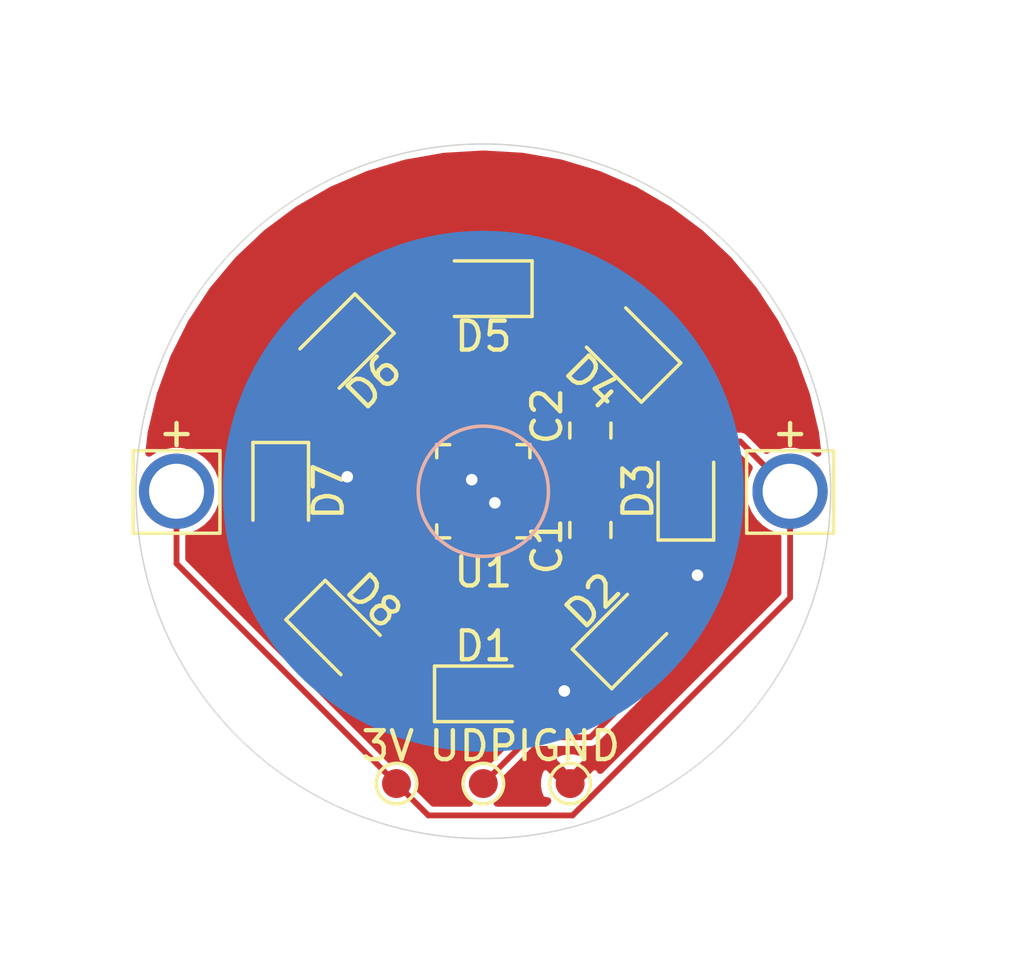
<source format=kicad_pcb>
(kicad_pcb (version 20171130) (host pcbnew "(5.1.6-0-10_14)")

  (general
    (thickness 1.6)
    (drawings 2)
    (tracks 63)
    (zones 0)
    (modules 17)
    (nets 21)
  )

  (page A4)
  (layers
    (0 F.Cu signal)
    (31 B.Cu signal)
    (32 B.Adhes user)
    (33 F.Adhes user)
    (34 B.Paste user)
    (35 F.Paste user)
    (36 B.SilkS user)
    (37 F.SilkS user)
    (38 B.Mask user)
    (39 F.Mask user)
    (40 Dwgs.User user)
    (41 Cmts.User user)
    (42 Eco1.User user)
    (43 Eco2.User user)
    (44 Edge.Cuts user)
    (45 Margin user)
    (46 B.CrtYd user)
    (47 F.CrtYd user)
    (48 B.Fab user)
    (49 F.Fab user)
  )

  (setup
    (last_trace_width 0.2)
    (trace_clearance 0.2)
    (zone_clearance 0.2)
    (zone_45_only no)
    (trace_min 0.2)
    (via_size 0.8)
    (via_drill 0.4)
    (via_min_size 0.4)
    (via_min_drill 0.3)
    (uvia_size 0.3)
    (uvia_drill 0.1)
    (uvias_allowed no)
    (uvia_min_size 0.2)
    (uvia_min_drill 0.1)
    (edge_width 0.05)
    (segment_width 0.2)
    (pcb_text_width 0.3)
    (pcb_text_size 1.5 1.5)
    (mod_edge_width 0.12)
    (mod_text_size 1 1)
    (mod_text_width 0.15)
    (pad_size 1.524 1.524)
    (pad_drill 0.762)
    (pad_to_mask_clearance 0.05)
    (aux_axis_origin 0 0)
    (visible_elements FFFFFF7F)
    (pcbplotparams
      (layerselection 0x010fc_ffffffff)
      (usegerberextensions false)
      (usegerberattributes true)
      (usegerberadvancedattributes true)
      (creategerberjobfile true)
      (excludeedgelayer true)
      (linewidth 0.100000)
      (plotframeref false)
      (viasonmask false)
      (mode 1)
      (useauxorigin false)
      (hpglpennumber 1)
      (hpglpenspeed 20)
      (hpglpendiameter 15.000000)
      (psnegative false)
      (psa4output false)
      (plotreference true)
      (plotvalue true)
      (plotinvisibletext false)
      (padsonsilk false)
      (subtractmaskfromsilk false)
      (outputformat 1)
      (mirror false)
      (drillshape 1)
      (scaleselection 1)
      (outputdirectory ""))
  )

  (net 0 "")
  (net 1 "Net-(U1-Pad20)")
  (net 2 "Net-(U1-Pad18)")
  (net 3 "Net-(U1-Pad17)")
  (net 4 LED1)
  (net 5 "Net-(U1-Pad11)")
  (net 6 "Net-(U1-Pad10)")
  (net 7 "Net-(U1-Pad9)")
  (net 8 "Net-(U1-Pad8)")
  (net 9 "Net-(U1-Pad7)")
  (net 10 "Net-(U1-Pad1)")
  (net 11 GND)
  (net 12 +3V3)
  (net 13 LED2)
  (net 14 LED3)
  (net 15 LED4)
  (net 16 LED5)
  (net 17 LED6)
  (net 18 LED7)
  (net 19 LED8)
  (net 20 UDPI)

  (net_class Default "This is the default net class."
    (clearance 0.2)
    (trace_width 0.2)
    (via_dia 0.8)
    (via_drill 0.4)
    (uvia_dia 0.3)
    (uvia_drill 0.1)
    (add_net +3V3)
    (add_net GND)
    (add_net LED1)
    (add_net LED2)
    (add_net LED3)
    (add_net LED4)
    (add_net LED5)
    (add_net LED6)
    (add_net LED7)
    (add_net LED8)
    (add_net "Net-(U1-Pad1)")
    (add_net "Net-(U1-Pad10)")
    (add_net "Net-(U1-Pad11)")
    (add_net "Net-(U1-Pad17)")
    (add_net "Net-(U1-Pad18)")
    (add_net "Net-(U1-Pad20)")
    (add_net "Net-(U1-Pad7)")
    (add_net "Net-(U1-Pad8)")
    (add_net "Net-(U1-Pad9)")
    (add_net UDPI)
  )

  (module Capacitor_SMD:C_0805_2012Metric (layer F.Cu) (tedit 5B36C52B) (tstamp 614D6FD3)
    (at 142.2 90.4 90)
    (descr "Capacitor SMD 0805 (2012 Metric), square (rectangular) end terminal, IPC_7351 nominal, (Body size source: https://docs.google.com/spreadsheets/d/1BsfQQcO9C6DZCsRaXUlFlo91Tg2WpOkGARC1WS5S8t0/edit?usp=sharing), generated with kicad-footprint-generator")
    (tags capacitor)
    (path /614F13DC)
    (attr smd)
    (fp_text reference C2 (at 0.5 -1.5 90) (layer F.SilkS)
      (effects (font (size 1 1) (thickness 0.15)))
    )
    (fp_text value C_Small (at 0 1.65 90) (layer F.Fab)
      (effects (font (size 1 1) (thickness 0.15)))
    )
    (fp_line (start 1.68 0.95) (end -1.68 0.95) (layer F.CrtYd) (width 0.05))
    (fp_line (start 1.68 -0.95) (end 1.68 0.95) (layer F.CrtYd) (width 0.05))
    (fp_line (start -1.68 -0.95) (end 1.68 -0.95) (layer F.CrtYd) (width 0.05))
    (fp_line (start -1.68 0.95) (end -1.68 -0.95) (layer F.CrtYd) (width 0.05))
    (fp_line (start -0.258578 0.71) (end 0.258578 0.71) (layer F.SilkS) (width 0.12))
    (fp_line (start -0.258578 -0.71) (end 0.258578 -0.71) (layer F.SilkS) (width 0.12))
    (fp_line (start 1 0.6) (end -1 0.6) (layer F.Fab) (width 0.1))
    (fp_line (start 1 -0.6) (end 1 0.6) (layer F.Fab) (width 0.1))
    (fp_line (start -1 -0.6) (end 1 -0.6) (layer F.Fab) (width 0.1))
    (fp_line (start -1 0.6) (end -1 -0.6) (layer F.Fab) (width 0.1))
    (fp_text user %R (at 0 0 90) (layer F.Fab)
      (effects (font (size 0.5 0.5) (thickness 0.08)))
    )
    (pad 2 smd roundrect (at 0.9375 0 90) (size 0.975 1.4) (layers F.Cu F.Paste F.Mask) (roundrect_rratio 0.25)
      (net 11 GND))
    (pad 1 smd roundrect (at -0.9375 0 90) (size 0.975 1.4) (layers F.Cu F.Paste F.Mask) (roundrect_rratio 0.25)
      (net 12 +3V3))
    (model ${KISYS3DMOD}/Capacitor_SMD.3dshapes/C_0805_2012Metric.wrl
      (at (xyz 0 0 0))
      (scale (xyz 1 1 1))
      (rotate (xyz 0 0 0))
    )
  )

  (module Capacitor_SMD:C_0805_2012Metric (layer F.Cu) (tedit 5B36C52B) (tstamp 614D8D7F)
    (at 142.2 93.8375 270)
    (descr "Capacitor SMD 0805 (2012 Metric), square (rectangular) end terminal, IPC_7351 nominal, (Body size source: https://docs.google.com/spreadsheets/d/1BsfQQcO9C6DZCsRaXUlFlo91Tg2WpOkGARC1WS5S8t0/edit?usp=sharing), generated with kicad-footprint-generator")
    (tags capacitor)
    (path /614F0D1F)
    (attr smd)
    (fp_text reference C1 (at 0.5625 1.5 90) (layer F.SilkS)
      (effects (font (size 1 1) (thickness 0.15)))
    )
    (fp_text value C_Small (at 0 1.65 90) (layer F.Fab)
      (effects (font (size 1 1) (thickness 0.15)))
    )
    (fp_line (start 1.68 0.95) (end -1.68 0.95) (layer F.CrtYd) (width 0.05))
    (fp_line (start 1.68 -0.95) (end 1.68 0.95) (layer F.CrtYd) (width 0.05))
    (fp_line (start -1.68 -0.95) (end 1.68 -0.95) (layer F.CrtYd) (width 0.05))
    (fp_line (start -1.68 0.95) (end -1.68 -0.95) (layer F.CrtYd) (width 0.05))
    (fp_line (start -0.258578 0.71) (end 0.258578 0.71) (layer F.SilkS) (width 0.12))
    (fp_line (start -0.258578 -0.71) (end 0.258578 -0.71) (layer F.SilkS) (width 0.12))
    (fp_line (start 1 0.6) (end -1 0.6) (layer F.Fab) (width 0.1))
    (fp_line (start 1 -0.6) (end 1 0.6) (layer F.Fab) (width 0.1))
    (fp_line (start -1 -0.6) (end 1 -0.6) (layer F.Fab) (width 0.1))
    (fp_line (start -1 0.6) (end -1 -0.6) (layer F.Fab) (width 0.1))
    (fp_text user %R (at 0 0 90) (layer F.Fab)
      (effects (font (size 0.5 0.5) (thickness 0.08)))
    )
    (pad 2 smd roundrect (at 0.9375 0 270) (size 0.975 1.4) (layers F.Cu F.Paste F.Mask) (roundrect_rratio 0.25)
      (net 11 GND))
    (pad 1 smd roundrect (at -0.9375 0 270) (size 0.975 1.4) (layers F.Cu F.Paste F.Mask) (roundrect_rratio 0.25)
      (net 12 +3V3))
    (model ${KISYS3DMOD}/Capacitor_SMD.3dshapes/C_0805_2012Metric.wrl
      (at (xyz 0 0 0))
      (scale (xyz 1 1 1))
      (rotate (xyz 0 0 0))
    )
  )

  (module TestPoint:TestPoint_Pad_D4.0mm (layer B.Cu) (tedit 614CECE0) (tstamp 614D5E3E)
    (at 138.5 92.5)
    (descr "SMD pad as test Point, diameter 4.0mm")
    (tags "test point SMD pad")
    (path /614E62DB)
    (attr virtual)
    (fp_text reference TP1 (at 0 2.898) (layer B.SilkS) hide
      (effects (font (size 1 1) (thickness 0.15)) (justify mirror))
    )
    (fp_text value BAT_GND (at 0 -3.1) (layer B.Fab)
      (effects (font (size 1 1) (thickness 0.15)) (justify mirror))
    )
    (fp_circle (center 0 0) (end 0 -2.25) (layer B.SilkS) (width 0.12))
    (fp_circle (center 0 0) (end 2.5 0) (layer B.CrtYd) (width 0.05))
    (fp_text user %R (at 0 2.9) (layer B.Fab)
      (effects (font (size 1 1) (thickness 0.15)) (justify mirror))
    )
    (pad 1 smd circle (at 0 0) (size 18 18) (layers B.Cu B.Mask)
      (net 11 GND))
  )

  (module TestPoint:TestPoint_Pad_D1.0mm (layer F.Cu) (tedit 5A0F774F) (tstamp 614D5E56)
    (at 141.5 102.6)
    (descr "SMD pad as test Point, diameter 1.0mm")
    (tags "test point SMD pad")
    (path /614E7E02)
    (attr virtual)
    (fp_text reference TP4 (at 0 -1.448) (layer F.SilkS) hide
      (effects (font (size 1 1) (thickness 0.15)))
    )
    (fp_text value GND (at 0.2 -1.3) (layer F.SilkS)
      (effects (font (size 1 1) (thickness 0.15)))
    )
    (fp_circle (center 0 0) (end 0 0.7) (layer F.SilkS) (width 0.12))
    (fp_circle (center 0 0) (end 1 0) (layer F.CrtYd) (width 0.05))
    (fp_text user %R (at 0 -1.45) (layer F.Fab)
      (effects (font (size 1 1) (thickness 0.15)))
    )
    (pad 1 smd circle (at 0 0) (size 1 1) (layers F.Cu F.Mask)
      (net 11 GND))
  )

  (module TestPoint:TestPoint_Pad_D1.0mm (layer F.Cu) (tedit 5A0F774F) (tstamp 614D5E4E)
    (at 138.5 102.6)
    (descr "SMD pad as test Point, diameter 1.0mm")
    (tags "test point SMD pad")
    (path /614E79F7)
    (attr virtual)
    (fp_text reference TP3 (at 0 -1.448) (layer F.SilkS) hide
      (effects (font (size 1 1) (thickness 0.15)))
    )
    (fp_text value UDPI (at -0.1 -1.3) (layer F.SilkS)
      (effects (font (size 1 1) (thickness 0.15)))
    )
    (fp_circle (center 0 0) (end 0 0.7) (layer F.SilkS) (width 0.12))
    (fp_circle (center 0 0) (end 1 0) (layer F.CrtYd) (width 0.05))
    (fp_text user %R (at 0 -1.45) (layer F.Fab)
      (effects (font (size 1 1) (thickness 0.15)))
    )
    (pad 1 smd circle (at 0 0) (size 1 1) (layers F.Cu F.Mask)
      (net 20 UDPI))
  )

  (module TestPoint:TestPoint_Pad_D1.0mm (layer F.Cu) (tedit 5A0F774F) (tstamp 614D94CB)
    (at 135.5 102.6)
    (descr "SMD pad as test Point, diameter 1.0mm")
    (tags "test point SMD pad")
    (path /614E7655)
    (attr virtual)
    (fp_text reference TP2 (at 0 -1.448) (layer F.SilkS) hide
      (effects (font (size 1 1) (thickness 0.15)))
    )
    (fp_text value 3V (at -0.3 -1.3) (layer F.SilkS)
      (effects (font (size 1 1) (thickness 0.15)))
    )
    (fp_circle (center 0 0) (end 0 0.7) (layer F.SilkS) (width 0.12))
    (fp_circle (center 0 0) (end 1 0) (layer F.CrtYd) (width 0.05))
    (fp_text user %R (at 0 -1.45) (layer F.Fab)
      (effects (font (size 1 1) (thickness 0.15)))
    )
    (pad 1 smd circle (at 0 0) (size 1 1) (layers F.Cu F.Mask)
      (net 12 +3V3))
  )

  (module Connector_Pin:Pin_D1.4mm_L8.5mm_W2.8mm_FlatFork (layer F.Cu) (tedit 614CE9F3) (tstamp 614D5A54)
    (at 127.9 92.5)
    (descr "solder Pin_ with flat with fork, hole diameter 1.4mm, length 8.5mm, width 2.8mm, e.g. Ettinger 13.13.890, https://katalog.ettinger.de/#p=434")
    (tags "solder Pin_ with flat fork")
    (path /614E20C1)
    (fp_text reference J1 (at 0 2.25) (layer F.SilkS) hide
      (effects (font (size 1 1) (thickness 0.15)))
    )
    (fp_text value + (at 0 -2.05) (layer F.SilkS)
      (effects (font (size 1 1) (thickness 0.15)))
    )
    (fp_line (start 1.9 1.8) (end -1.9 1.8) (layer F.CrtYd) (width 0.05))
    (fp_line (start 1.9 1.8) (end 1.9 -1.8) (layer F.CrtYd) (width 0.05))
    (fp_line (start -1.9 -1.8) (end -1.9 1.8) (layer F.CrtYd) (width 0.05))
    (fp_line (start -1.9 -1.8) (end 1.9 -1.8) (layer F.CrtYd) (width 0.05))
    (fp_line (start -1.4 0.25) (end -1.4 -0.25) (layer F.Fab) (width 0.1))
    (fp_line (start 1.4 -0.25) (end 1.4 0.25) (layer F.Fab) (width 0.1))
    (fp_line (start -1.5 1.45) (end 1.5 1.45) (layer F.SilkS) (width 0.12))
    (fp_line (start -1.5 -1.4) (end -1.5 1.45) (layer F.SilkS) (width 0.12))
    (fp_line (start 1.5 -1.4) (end 1.5 1.45) (layer F.SilkS) (width 0.12))
    (fp_line (start -1.5 -1.4) (end 1.5 -1.4) (layer F.SilkS) (width 0.12))
    (fp_line (start -1.4 -0.25) (end 1.4 -0.25) (layer F.Fab) (width 0.1))
    (fp_line (start 1.4 0.25) (end -1.4 0.25) (layer F.Fab) (width 0.1))
    (fp_text user %R (at 0 2.25) (layer F.Fab)
      (effects (font (size 1 1) (thickness 0.15)))
    )
    (pad 1 thru_hole circle (at 0 0) (size 2.6 2.6) (drill 1.9) (layers *.Cu *.Mask)
      (net 12 +3V3))
    (model ${KISYS3DMOD}/Connector_Pin.3dshapes/Pin_D1.4mm_L8.5mm_W2.8mm_FlatFork.wrl
      (at (xyz 0 0 0))
      (scale (xyz 1 1 1))
      (rotate (xyz 0 0 0))
    )
  )

  (module Connector_Pin:Pin_D1.4mm_L8.5mm_W2.8mm_FlatFork (layer F.Cu) (tedit 614CE9CE) (tstamp 614D5973)
    (at 149.1 92.5)
    (descr "solder Pin_ with flat with fork, hole diameter 1.4mm, length 8.5mm, width 2.8mm, e.g. Ettinger 13.13.890, https://katalog.ettinger.de/#p=434")
    (tags "solder Pin_ with flat fork")
    (path /614E2546)
    (fp_text reference J2 (at 0 2.25) (layer F.SilkS) hide
      (effects (font (size 1 1) (thickness 0.15)))
    )
    (fp_text value + (at 0 -2.05) (layer F.SilkS)
      (effects (font (size 1 1) (thickness 0.15)))
    )
    (fp_line (start 1.9 1.8) (end -1.9 1.8) (layer F.CrtYd) (width 0.05))
    (fp_line (start 1.9 1.8) (end 1.9 -1.8) (layer F.CrtYd) (width 0.05))
    (fp_line (start -1.9 -1.8) (end -1.9 1.8) (layer F.CrtYd) (width 0.05))
    (fp_line (start -1.9 -1.8) (end 1.9 -1.8) (layer F.CrtYd) (width 0.05))
    (fp_line (start -1.4 0.25) (end -1.4 -0.25) (layer F.Fab) (width 0.1))
    (fp_line (start 1.4 -0.25) (end 1.4 0.25) (layer F.Fab) (width 0.1))
    (fp_line (start -1.5 1.45) (end 1.5 1.45) (layer F.SilkS) (width 0.12))
    (fp_line (start -1.5 -1.4) (end -1.5 1.45) (layer F.SilkS) (width 0.12))
    (fp_line (start 1.5 -1.4) (end 1.5 1.45) (layer F.SilkS) (width 0.12))
    (fp_line (start -1.5 -1.4) (end 1.5 -1.4) (layer F.SilkS) (width 0.12))
    (fp_line (start -1.4 -0.25) (end 1.4 -0.25) (layer F.Fab) (width 0.1))
    (fp_line (start 1.4 0.25) (end -1.4 0.25) (layer F.Fab) (width 0.1))
    (fp_text user %R (at 0 2.25) (layer F.Fab)
      (effects (font (size 1 1) (thickness 0.15)))
    )
    (pad 1 thru_hole circle (at 0 0) (size 2.6 2.6) (drill 1.9) (layers *.Cu *.Mask)
      (net 12 +3V3))
    (model ${KISYS3DMOD}/Connector_Pin.3dshapes/Pin_D1.4mm_L8.5mm_W2.8mm_FlatFork.wrl
      (at (xyz 0 0 0))
      (scale (xyz 1 1 1))
      (rotate (xyz 0 0 0))
    )
  )

  (module LED_SMD:LED_0805_2012Metric (layer F.Cu) (tedit 5B36C52C) (tstamp 614D4062)
    (at 138.5 85.5 180)
    (descr "LED SMD 0805 (2012 Metric), square (rectangular) end terminal, IPC_7351 nominal, (Body size source: https://docs.google.com/spreadsheets/d/1BsfQQcO9C6DZCsRaXUlFlo91Tg2WpOkGARC1WS5S8t0/edit?usp=sharing), generated with kicad-footprint-generator")
    (tags diode)
    (path /614D56D2)
    (attr smd)
    (fp_text reference D5 (at 0 -1.65) (layer F.SilkS)
      (effects (font (size 1 1) (thickness 0.15)))
    )
    (fp_text value LED (at 0 1.65) (layer F.Fab)
      (effects (font (size 1 1) (thickness 0.15)))
    )
    (fp_line (start 1.68 0.95) (end -1.68 0.95) (layer F.CrtYd) (width 0.05))
    (fp_line (start 1.68 -0.95) (end 1.68 0.95) (layer F.CrtYd) (width 0.05))
    (fp_line (start -1.68 -0.95) (end 1.68 -0.95) (layer F.CrtYd) (width 0.05))
    (fp_line (start -1.68 0.95) (end -1.68 -0.95) (layer F.CrtYd) (width 0.05))
    (fp_line (start -1.685 0.96) (end 1 0.96) (layer F.SilkS) (width 0.12))
    (fp_line (start -1.685 -0.96) (end -1.685 0.96) (layer F.SilkS) (width 0.12))
    (fp_line (start 1 -0.96) (end -1.685 -0.96) (layer F.SilkS) (width 0.12))
    (fp_line (start 1 0.6) (end 1 -0.6) (layer F.Fab) (width 0.1))
    (fp_line (start -1 0.6) (end 1 0.6) (layer F.Fab) (width 0.1))
    (fp_line (start -1 -0.3) (end -1 0.6) (layer F.Fab) (width 0.1))
    (fp_line (start -0.7 -0.6) (end -1 -0.3) (layer F.Fab) (width 0.1))
    (fp_line (start 1 -0.6) (end -0.7 -0.6) (layer F.Fab) (width 0.1))
    (fp_text user %R (at 0 0) (layer F.Fab)
      (effects (font (size 0.5 0.5) (thickness 0.08)))
    )
    (pad 2 smd roundrect (at 0.9375 0 180) (size 0.975 1.4) (layers F.Cu F.Paste F.Mask) (roundrect_rratio 0.25)
      (net 16 LED5))
    (pad 1 smd roundrect (at -0.9375 0 180) (size 0.975 1.4) (layers F.Cu F.Paste F.Mask) (roundrect_rratio 0.25)
      (net 11 GND))
    (model ${KISYS3DMOD}/LED_SMD.3dshapes/LED_0805_2012Metric.wrl
      (at (xyz 0 0 0))
      (scale (xyz 1 1 1))
      (rotate (xyz 0 0 0))
    )
  )

  (module Package_DFN_QFN:VQFN-20-1EP_3x3mm_P0.4mm_EP1.7x1.7mm (layer F.Cu) (tedit 5DC5F6A8) (tstamp 614D47B5)
    (at 138.5 92.5 180)
    (descr "VQFN, 20 Pin (http://ww1.microchip.com/downloads/en/DeviceDoc/20%20Lead%20VQFN%203x3x0_9mm_1_7EP%20U2B%20C04-21496a.pdf), generated with kicad-footprint-generator ipc_noLead_generator.py")
    (tags "VQFN NoLead")
    (path /614CE53B)
    (attr smd)
    (fp_text reference U1 (at 0 -2.8) (layer F.SilkS)
      (effects (font (size 1 1) (thickness 0.15)))
    )
    (fp_text value ATtiny1616-M (at 0 2.8) (layer F.Fab)
      (effects (font (size 1 1) (thickness 0.15)))
    )
    (fp_line (start 2.1 -2.1) (end -2.1 -2.1) (layer F.CrtYd) (width 0.05))
    (fp_line (start 2.1 2.1) (end 2.1 -2.1) (layer F.CrtYd) (width 0.05))
    (fp_line (start -2.1 2.1) (end 2.1 2.1) (layer F.CrtYd) (width 0.05))
    (fp_line (start -2.1 -2.1) (end -2.1 2.1) (layer F.CrtYd) (width 0.05))
    (fp_line (start -1.5 -0.75) (end -0.75 -1.5) (layer F.Fab) (width 0.1))
    (fp_line (start -1.5 1.5) (end -1.5 -0.75) (layer F.Fab) (width 0.1))
    (fp_line (start 1.5 1.5) (end -1.5 1.5) (layer F.Fab) (width 0.1))
    (fp_line (start 1.5 -1.5) (end 1.5 1.5) (layer F.Fab) (width 0.1))
    (fp_line (start -0.75 -1.5) (end 1.5 -1.5) (layer F.Fab) (width 0.1))
    (fp_line (start -1.16 -1.61) (end -1.61 -1.61) (layer F.SilkS) (width 0.12))
    (fp_line (start 1.61 1.61) (end 1.61 1.16) (layer F.SilkS) (width 0.12))
    (fp_line (start 1.16 1.61) (end 1.61 1.61) (layer F.SilkS) (width 0.12))
    (fp_line (start -1.61 1.61) (end -1.61 1.16) (layer F.SilkS) (width 0.12))
    (fp_line (start -1.16 1.61) (end -1.61 1.61) (layer F.SilkS) (width 0.12))
    (fp_line (start 1.61 -1.61) (end 1.61 -1.16) (layer F.SilkS) (width 0.12))
    (fp_line (start 1.16 -1.61) (end 1.61 -1.61) (layer F.SilkS) (width 0.12))
    (fp_text user %R (at 0 0) (layer F.Fab)
      (effects (font (size 0.75 0.75) (thickness 0.11)))
    )
    (pad "" smd roundrect (at 0.425 0.425 180) (size 0.69 0.69) (layers F.Paste) (roundrect_rratio 0.25))
    (pad "" smd roundrect (at 0.425 -0.425 180) (size 0.69 0.69) (layers F.Paste) (roundrect_rratio 0.25))
    (pad "" smd roundrect (at -0.425 0.425 180) (size 0.69 0.69) (layers F.Paste) (roundrect_rratio 0.25))
    (pad "" smd roundrect (at -0.425 -0.425 180) (size 0.69 0.69) (layers F.Paste) (roundrect_rratio 0.25))
    (pad 21 smd rect (at 0 0 180) (size 1.7 1.7) (layers F.Cu F.Mask)
      (net 11 GND))
    (pad 20 smd custom (at -0.8 -1.45 180) (size 0.143431 0.143431) (layers F.Cu F.Paste F.Mask)
      (net 1 "Net-(U1-Pad20)")
      (options (clearance outline) (anchor circle))
      (primitives
        (gr_poly (pts
           (xy -0.05 -0.35) (xy 0.05 -0.35) (xy 0.05 0.35) (xy 0.000711 0.35) (xy -0.05 0.299289)
) (width 0.1))
      ))
    (pad 19 smd roundrect (at -0.4 -1.45 180) (size 0.2 0.8) (layers F.Cu F.Paste F.Mask) (roundrect_rratio 0.25)
      (net 20 UDPI))
    (pad 18 smd roundrect (at 0 -1.45 180) (size 0.2 0.8) (layers F.Cu F.Paste F.Mask) (roundrect_rratio 0.25)
      (net 2 "Net-(U1-Pad18)"))
    (pad 17 smd roundrect (at 0.4 -1.45 180) (size 0.2 0.8) (layers F.Cu F.Paste F.Mask) (roundrect_rratio 0.25)
      (net 3 "Net-(U1-Pad17)"))
    (pad 16 smd custom (at 0.8 -1.45 180) (size 0.143431 0.143431) (layers F.Cu F.Paste F.Mask)
      (net 13 LED2)
      (options (clearance outline) (anchor circle))
      (primitives
        (gr_poly (pts
           (xy -0.05 -0.35) (xy 0.05 -0.35) (xy 0.05 0.299289) (xy -0.000711 0.35) (xy -0.05 0.35)
) (width 0.1))
      ))
    (pad 15 smd custom (at 1.45 -0.8 180) (size 0.143431 0.143431) (layers F.Cu F.Paste F.Mask)
      (net 4 LED1)
      (options (clearance outline) (anchor circle))
      (primitives
        (gr_poly (pts
           (xy -0.35 0.000711) (xy -0.299289 -0.05) (xy 0.35 -0.05) (xy 0.35 0.05) (xy -0.35 0.05)
) (width 0.1))
      ))
    (pad 14 smd roundrect (at 1.45 -0.4 180) (size 0.8 0.2) (layers F.Cu F.Paste F.Mask) (roundrect_rratio 0.25)
      (net 19 LED8))
    (pad 13 smd roundrect (at 1.45 0 180) (size 0.8 0.2) (layers F.Cu F.Paste F.Mask) (roundrect_rratio 0.25)
      (net 18 LED7))
    (pad 12 smd roundrect (at 1.45 0.4 180) (size 0.8 0.2) (layers F.Cu F.Paste F.Mask) (roundrect_rratio 0.25)
      (net 17 LED6))
    (pad 11 smd custom (at 1.45 0.8 180) (size 0.143431 0.143431) (layers F.Cu F.Paste F.Mask)
      (net 5 "Net-(U1-Pad11)")
      (options (clearance outline) (anchor circle))
      (primitives
        (gr_poly (pts
           (xy -0.35 -0.05) (xy 0.35 -0.05) (xy 0.35 0.05) (xy -0.299289 0.05) (xy -0.35 -0.000711)
) (width 0.1))
      ))
    (pad 10 smd custom (at 0.8 1.45 180) (size 0.143431 0.143431) (layers F.Cu F.Paste F.Mask)
      (net 6 "Net-(U1-Pad10)")
      (options (clearance outline) (anchor circle))
      (primitives
        (gr_poly (pts
           (xy -0.05 -0.35) (xy -0.000711 -0.35) (xy 0.05 -0.299289) (xy 0.05 0.35) (xy -0.05 0.35)
) (width 0.1))
      ))
    (pad 9 smd roundrect (at 0.4 1.45 180) (size 0.2 0.8) (layers F.Cu F.Paste F.Mask) (roundrect_rratio 0.25)
      (net 7 "Net-(U1-Pad9)"))
    (pad 8 smd roundrect (at 0 1.45 180) (size 0.2 0.8) (layers F.Cu F.Paste F.Mask) (roundrect_rratio 0.25)
      (net 8 "Net-(U1-Pad8)"))
    (pad 7 smd roundrect (at -0.4 1.45 180) (size 0.2 0.8) (layers F.Cu F.Paste F.Mask) (roundrect_rratio 0.25)
      (net 9 "Net-(U1-Pad7)"))
    (pad 6 smd custom (at -0.8 1.45 180) (size 0.143431 0.143431) (layers F.Cu F.Paste F.Mask)
      (net 16 LED5)
      (options (clearance outline) (anchor circle))
      (primitives
        (gr_poly (pts
           (xy -0.05 -0.299289) (xy 0.000711 -0.35) (xy 0.05 -0.35) (xy 0.05 0.35) (xy -0.05 0.35)
) (width 0.1))
      ))
    (pad 5 smd custom (at -1.45 0.8 180) (size 0.143431 0.143431) (layers F.Cu F.Paste F.Mask)
      (net 15 LED4)
      (options (clearance outline) (anchor circle))
      (primitives
        (gr_poly (pts
           (xy -0.35 -0.05) (xy 0.35 -0.05) (xy 0.35 -0.000711) (xy 0.299289 0.05) (xy -0.35 0.05)
) (width 0.1))
      ))
    (pad 4 smd roundrect (at -1.45 0.4 180) (size 0.8 0.2) (layers F.Cu F.Paste F.Mask) (roundrect_rratio 0.25)
      (net 12 +3V3))
    (pad 3 smd roundrect (at -1.45 0 180) (size 0.8 0.2) (layers F.Cu F.Paste F.Mask) (roundrect_rratio 0.25)
      (net 11 GND))
    (pad 2 smd roundrect (at -1.45 -0.4 180) (size 0.8 0.2) (layers F.Cu F.Paste F.Mask) (roundrect_rratio 0.25)
      (net 14 LED3))
    (pad 1 smd custom (at -1.45 -0.8 180) (size 0.143431 0.143431) (layers F.Cu F.Paste F.Mask)
      (net 10 "Net-(U1-Pad1)")
      (options (clearance outline) (anchor circle))
      (primitives
        (gr_poly (pts
           (xy -0.35 -0.05) (xy 0.299289 -0.05) (xy 0.35 0.000711) (xy 0.35 0.05) (xy -0.35 0.05)
) (width 0.1))
      ))
    (model ${KISYS3DMOD}/Package_DFN_QFN.3dshapes/VQFN-20-1EP_3x3mm_P0.4mm_EP1.7x1.7mm.wrl
      (at (xyz 0 0 0))
      (scale (xyz 1 1 1))
      (rotate (xyz 0 0 0))
    )
  )

  (module LED_SMD:LED_0805_2012Metric (layer F.Cu) (tedit 5B36C52C) (tstamp 614D409B)
    (at 133.550253 97.449747 315)
    (descr "LED SMD 0805 (2012 Metric), square (rectangular) end terminal, IPC_7351 nominal, (Body size source: https://docs.google.com/spreadsheets/d/1BsfQQcO9C6DZCsRaXUlFlo91Tg2WpOkGARC1WS5S8t0/edit?usp=sharing), generated with kicad-footprint-generator")
    (tags diode)
    (path /614D56E4)
    (attr smd)
    (fp_text reference D8 (at 0 -1.65 135) (layer F.SilkS)
      (effects (font (size 1 1) (thickness 0.15)))
    )
    (fp_text value LED (at 0 1.65 135) (layer F.Fab)
      (effects (font (size 1 1) (thickness 0.15)))
    )
    (fp_line (start 1.68 0.95) (end -1.68 0.95) (layer F.CrtYd) (width 0.05))
    (fp_line (start 1.68 -0.95) (end 1.68 0.95) (layer F.CrtYd) (width 0.05))
    (fp_line (start -1.68 -0.95) (end 1.68 -0.95) (layer F.CrtYd) (width 0.05))
    (fp_line (start -1.68 0.95) (end -1.68 -0.95) (layer F.CrtYd) (width 0.05))
    (fp_line (start -1.685 0.96) (end 1 0.96) (layer F.SilkS) (width 0.12))
    (fp_line (start -1.685 -0.96) (end -1.685 0.96) (layer F.SilkS) (width 0.12))
    (fp_line (start 1 -0.96) (end -1.685 -0.96) (layer F.SilkS) (width 0.12))
    (fp_line (start 1 0.6) (end 1 -0.6) (layer F.Fab) (width 0.1))
    (fp_line (start -1 0.6) (end 1 0.6) (layer F.Fab) (width 0.1))
    (fp_line (start -1 -0.3) (end -1 0.6) (layer F.Fab) (width 0.1))
    (fp_line (start -0.7 -0.6) (end -1 -0.3) (layer F.Fab) (width 0.1))
    (fp_line (start 1 -0.6) (end -0.7 -0.6) (layer F.Fab) (width 0.1))
    (fp_text user %R (at 0 0 135) (layer F.Fab)
      (effects (font (size 0.5 0.5) (thickness 0.08)))
    )
    (pad 2 smd roundrect (at 0.9375 0 315) (size 0.975 1.4) (layers F.Cu F.Paste F.Mask) (roundrect_rratio 0.25)
      (net 19 LED8))
    (pad 1 smd roundrect (at -0.9375 0 315) (size 0.975 1.4) (layers F.Cu F.Paste F.Mask) (roundrect_rratio 0.25)
      (net 11 GND))
    (model ${KISYS3DMOD}/LED_SMD.3dshapes/LED_0805_2012Metric.wrl
      (at (xyz 0 0 0))
      (scale (xyz 1 1 1))
      (rotate (xyz 0 0 0))
    )
  )

  (module LED_SMD:LED_0805_2012Metric (layer F.Cu) (tedit 5B36C52C) (tstamp 614D4088)
    (at 131.5 92.5 270)
    (descr "LED SMD 0805 (2012 Metric), square (rectangular) end terminal, IPC_7351 nominal, (Body size source: https://docs.google.com/spreadsheets/d/1BsfQQcO9C6DZCsRaXUlFlo91Tg2WpOkGARC1WS5S8t0/edit?usp=sharing), generated with kicad-footprint-generator")
    (tags diode)
    (path /614D56DE)
    (attr smd)
    (fp_text reference D7 (at 0 -1.65 90) (layer F.SilkS)
      (effects (font (size 1 1) (thickness 0.15)))
    )
    (fp_text value LED (at 0 1.65 90) (layer F.Fab)
      (effects (font (size 1 1) (thickness 0.15)))
    )
    (fp_line (start 1.68 0.95) (end -1.68 0.95) (layer F.CrtYd) (width 0.05))
    (fp_line (start 1.68 -0.95) (end 1.68 0.95) (layer F.CrtYd) (width 0.05))
    (fp_line (start -1.68 -0.95) (end 1.68 -0.95) (layer F.CrtYd) (width 0.05))
    (fp_line (start -1.68 0.95) (end -1.68 -0.95) (layer F.CrtYd) (width 0.05))
    (fp_line (start -1.685 0.96) (end 1 0.96) (layer F.SilkS) (width 0.12))
    (fp_line (start -1.685 -0.96) (end -1.685 0.96) (layer F.SilkS) (width 0.12))
    (fp_line (start 1 -0.96) (end -1.685 -0.96) (layer F.SilkS) (width 0.12))
    (fp_line (start 1 0.6) (end 1 -0.6) (layer F.Fab) (width 0.1))
    (fp_line (start -1 0.6) (end 1 0.6) (layer F.Fab) (width 0.1))
    (fp_line (start -1 -0.3) (end -1 0.6) (layer F.Fab) (width 0.1))
    (fp_line (start -0.7 -0.6) (end -1 -0.3) (layer F.Fab) (width 0.1))
    (fp_line (start 1 -0.6) (end -0.7 -0.6) (layer F.Fab) (width 0.1))
    (fp_text user %R (at 0 0 90) (layer F.Fab)
      (effects (font (size 0.5 0.5) (thickness 0.08)))
    )
    (pad 2 smd roundrect (at 0.9375 0 270) (size 0.975 1.4) (layers F.Cu F.Paste F.Mask) (roundrect_rratio 0.25)
      (net 18 LED7))
    (pad 1 smd roundrect (at -0.9375 0 270) (size 0.975 1.4) (layers F.Cu F.Paste F.Mask) (roundrect_rratio 0.25)
      (net 11 GND))
    (model ${KISYS3DMOD}/LED_SMD.3dshapes/LED_0805_2012Metric.wrl
      (at (xyz 0 0 0))
      (scale (xyz 1 1 1))
      (rotate (xyz 0 0 0))
    )
  )

  (module LED_SMD:LED_0805_2012Metric (layer F.Cu) (tedit 5B36C52C) (tstamp 614D4075)
    (at 133.550253 87.550253 225)
    (descr "LED SMD 0805 (2012 Metric), square (rectangular) end terminal, IPC_7351 nominal, (Body size source: https://docs.google.com/spreadsheets/d/1BsfQQcO9C6DZCsRaXUlFlo91Tg2WpOkGARC1WS5S8t0/edit?usp=sharing), generated with kicad-footprint-generator")
    (tags diode)
    (path /614D56D8)
    (attr smd)
    (fp_text reference D6 (at 0 -1.65 45) (layer F.SilkS)
      (effects (font (size 1 1) (thickness 0.15)))
    )
    (fp_text value LED (at 0 1.65 45) (layer F.Fab)
      (effects (font (size 1 1) (thickness 0.15)))
    )
    (fp_line (start 1.68 0.95) (end -1.68 0.95) (layer F.CrtYd) (width 0.05))
    (fp_line (start 1.68 -0.95) (end 1.68 0.95) (layer F.CrtYd) (width 0.05))
    (fp_line (start -1.68 -0.95) (end 1.68 -0.95) (layer F.CrtYd) (width 0.05))
    (fp_line (start -1.68 0.95) (end -1.68 -0.95) (layer F.CrtYd) (width 0.05))
    (fp_line (start -1.685 0.96) (end 1 0.96) (layer F.SilkS) (width 0.12))
    (fp_line (start -1.685 -0.96) (end -1.685 0.96) (layer F.SilkS) (width 0.12))
    (fp_line (start 1 -0.96) (end -1.685 -0.96) (layer F.SilkS) (width 0.12))
    (fp_line (start 1 0.6) (end 1 -0.6) (layer F.Fab) (width 0.1))
    (fp_line (start -1 0.6) (end 1 0.6) (layer F.Fab) (width 0.1))
    (fp_line (start -1 -0.3) (end -1 0.6) (layer F.Fab) (width 0.1))
    (fp_line (start -0.7 -0.6) (end -1 -0.3) (layer F.Fab) (width 0.1))
    (fp_line (start 1 -0.6) (end -0.7 -0.6) (layer F.Fab) (width 0.1))
    (fp_text user %R (at 0 0 45) (layer F.Fab)
      (effects (font (size 0.5 0.5) (thickness 0.08)))
    )
    (pad 2 smd roundrect (at 0.9375 0 225) (size 0.975 1.4) (layers F.Cu F.Paste F.Mask) (roundrect_rratio 0.25)
      (net 17 LED6))
    (pad 1 smd roundrect (at -0.9375 0 225) (size 0.975 1.4) (layers F.Cu F.Paste F.Mask) (roundrect_rratio 0.25)
      (net 11 GND))
    (model ${KISYS3DMOD}/LED_SMD.3dshapes/LED_0805_2012Metric.wrl
      (at (xyz 0 0 0))
      (scale (xyz 1 1 1))
      (rotate (xyz 0 0 0))
    )
  )

  (module LED_SMD:LED_0805_2012Metric (layer F.Cu) (tedit 5B36C52C) (tstamp 614D404F)
    (at 143.449747 87.550253 135)
    (descr "LED SMD 0805 (2012 Metric), square (rectangular) end terminal, IPC_7351 nominal, (Body size source: https://docs.google.com/spreadsheets/d/1BsfQQcO9C6DZCsRaXUlFlo91Tg2WpOkGARC1WS5S8t0/edit?usp=sharing), generated with kicad-footprint-generator")
    (tags diode)
    (path /614D2434)
    (attr smd)
    (fp_text reference D4 (at 0 -1.65 135) (layer F.SilkS)
      (effects (font (size 1 1) (thickness 0.15)))
    )
    (fp_text value LED (at 0 1.65 135) (layer F.Fab)
      (effects (font (size 1 1) (thickness 0.15)))
    )
    (fp_line (start 1.68 0.95) (end -1.68 0.95) (layer F.CrtYd) (width 0.05))
    (fp_line (start 1.68 -0.95) (end 1.68 0.95) (layer F.CrtYd) (width 0.05))
    (fp_line (start -1.68 -0.95) (end 1.68 -0.95) (layer F.CrtYd) (width 0.05))
    (fp_line (start -1.68 0.95) (end -1.68 -0.95) (layer F.CrtYd) (width 0.05))
    (fp_line (start -1.685 0.96) (end 1 0.96) (layer F.SilkS) (width 0.12))
    (fp_line (start -1.685 -0.96) (end -1.685 0.96) (layer F.SilkS) (width 0.12))
    (fp_line (start 1 -0.96) (end -1.685 -0.96) (layer F.SilkS) (width 0.12))
    (fp_line (start 1 0.6) (end 1 -0.6) (layer F.Fab) (width 0.1))
    (fp_line (start -1 0.6) (end 1 0.6) (layer F.Fab) (width 0.1))
    (fp_line (start -1 -0.3) (end -1 0.6) (layer F.Fab) (width 0.1))
    (fp_line (start -0.7 -0.6) (end -1 -0.3) (layer F.Fab) (width 0.1))
    (fp_line (start 1 -0.6) (end -0.7 -0.6) (layer F.Fab) (width 0.1))
    (fp_text user %R (at 0 0 135) (layer F.Fab)
      (effects (font (size 0.5 0.5) (thickness 0.08)))
    )
    (pad 2 smd roundrect (at 0.9375 0 135) (size 0.975 1.4) (layers F.Cu F.Paste F.Mask) (roundrect_rratio 0.25)
      (net 15 LED4))
    (pad 1 smd roundrect (at -0.9375 0 135) (size 0.975 1.4) (layers F.Cu F.Paste F.Mask) (roundrect_rratio 0.25)
      (net 11 GND))
    (model ${KISYS3DMOD}/LED_SMD.3dshapes/LED_0805_2012Metric.wrl
      (at (xyz 0 0 0))
      (scale (xyz 1 1 1))
      (rotate (xyz 0 0 0))
    )
  )

  (module LED_SMD:LED_0805_2012Metric (layer F.Cu) (tedit 5B36C52C) (tstamp 614D403C)
    (at 145.5 92.5 90)
    (descr "LED SMD 0805 (2012 Metric), square (rectangular) end terminal, IPC_7351 nominal, (Body size source: https://docs.google.com/spreadsheets/d/1BsfQQcO9C6DZCsRaXUlFlo91Tg2WpOkGARC1WS5S8t0/edit?usp=sharing), generated with kicad-footprint-generator")
    (tags diode)
    (path /614D19FC)
    (attr smd)
    (fp_text reference D3 (at 0 -1.65 90) (layer F.SilkS)
      (effects (font (size 1 1) (thickness 0.15)))
    )
    (fp_text value LED (at 0 1.65 90) (layer F.Fab)
      (effects (font (size 1 1) (thickness 0.15)))
    )
    (fp_line (start 1.68 0.95) (end -1.68 0.95) (layer F.CrtYd) (width 0.05))
    (fp_line (start 1.68 -0.95) (end 1.68 0.95) (layer F.CrtYd) (width 0.05))
    (fp_line (start -1.68 -0.95) (end 1.68 -0.95) (layer F.CrtYd) (width 0.05))
    (fp_line (start -1.68 0.95) (end -1.68 -0.95) (layer F.CrtYd) (width 0.05))
    (fp_line (start -1.685 0.96) (end 1 0.96) (layer F.SilkS) (width 0.12))
    (fp_line (start -1.685 -0.96) (end -1.685 0.96) (layer F.SilkS) (width 0.12))
    (fp_line (start 1 -0.96) (end -1.685 -0.96) (layer F.SilkS) (width 0.12))
    (fp_line (start 1 0.6) (end 1 -0.6) (layer F.Fab) (width 0.1))
    (fp_line (start -1 0.6) (end 1 0.6) (layer F.Fab) (width 0.1))
    (fp_line (start -1 -0.3) (end -1 0.6) (layer F.Fab) (width 0.1))
    (fp_line (start -0.7 -0.6) (end -1 -0.3) (layer F.Fab) (width 0.1))
    (fp_line (start 1 -0.6) (end -0.7 -0.6) (layer F.Fab) (width 0.1))
    (fp_text user %R (at 0 0 90) (layer F.Fab)
      (effects (font (size 0.5 0.5) (thickness 0.08)))
    )
    (pad 2 smd roundrect (at 0.9375 0 90) (size 0.975 1.4) (layers F.Cu F.Paste F.Mask) (roundrect_rratio 0.25)
      (net 14 LED3))
    (pad 1 smd roundrect (at -0.9375 0 90) (size 0.975 1.4) (layers F.Cu F.Paste F.Mask) (roundrect_rratio 0.25)
      (net 11 GND))
    (model ${KISYS3DMOD}/LED_SMD.3dshapes/LED_0805_2012Metric.wrl
      (at (xyz 0 0 0))
      (scale (xyz 1 1 1))
      (rotate (xyz 0 0 0))
    )
  )

  (module LED_SMD:LED_0805_2012Metric (layer F.Cu) (tedit 5B36C52C) (tstamp 614D4A99)
    (at 143.449747 97.449747 45)
    (descr "LED SMD 0805 (2012 Metric), square (rectangular) end terminal, IPC_7351 nominal, (Body size source: https://docs.google.com/spreadsheets/d/1BsfQQcO9C6DZCsRaXUlFlo91Tg2WpOkGARC1WS5S8t0/edit?usp=sharing), generated with kicad-footprint-generator")
    (tags diode)
    (path /614D14A3)
    (attr smd)
    (fp_text reference D2 (at 0 -1.65 45) (layer F.SilkS)
      (effects (font (size 1 1) (thickness 0.15)))
    )
    (fp_text value LED (at 0 1.65 45) (layer F.Fab)
      (effects (font (size 1 1) (thickness 0.15)))
    )
    (fp_line (start 1.68 0.95) (end -1.68 0.95) (layer F.CrtYd) (width 0.05))
    (fp_line (start 1.68 -0.95) (end 1.68 0.95) (layer F.CrtYd) (width 0.05))
    (fp_line (start -1.68 -0.95) (end 1.68 -0.95) (layer F.CrtYd) (width 0.05))
    (fp_line (start -1.68 0.95) (end -1.68 -0.95) (layer F.CrtYd) (width 0.05))
    (fp_line (start -1.685 0.96) (end 1 0.96) (layer F.SilkS) (width 0.12))
    (fp_line (start -1.685 -0.96) (end -1.685 0.96) (layer F.SilkS) (width 0.12))
    (fp_line (start 1 -0.96) (end -1.685 -0.96) (layer F.SilkS) (width 0.12))
    (fp_line (start 1 0.6) (end 1 -0.6) (layer F.Fab) (width 0.1))
    (fp_line (start -1 0.6) (end 1 0.6) (layer F.Fab) (width 0.1))
    (fp_line (start -1 -0.3) (end -1 0.6) (layer F.Fab) (width 0.1))
    (fp_line (start -0.7 -0.6) (end -1 -0.3) (layer F.Fab) (width 0.1))
    (fp_line (start 1 -0.6) (end -0.7 -0.6) (layer F.Fab) (width 0.1))
    (fp_text user %R (at 0 0 45) (layer F.Fab)
      (effects (font (size 0.5 0.5) (thickness 0.08)))
    )
    (pad 2 smd roundrect (at 0.9375 0 45) (size 0.975 1.4) (layers F.Cu F.Paste F.Mask) (roundrect_rratio 0.25)
      (net 13 LED2))
    (pad 1 smd roundrect (at -0.9375 0 45) (size 0.975 1.4) (layers F.Cu F.Paste F.Mask) (roundrect_rratio 0.25)
      (net 11 GND))
    (model ${KISYS3DMOD}/LED_SMD.3dshapes/LED_0805_2012Metric.wrl
      (at (xyz 0 0 0))
      (scale (xyz 1 1 1))
      (rotate (xyz 0 0 0))
    )
  )

  (module LED_SMD:LED_0805_2012Metric (layer F.Cu) (tedit 5B36C52C) (tstamp 614D4016)
    (at 138.5 99.5)
    (descr "LED SMD 0805 (2012 Metric), square (rectangular) end terminal, IPC_7351 nominal, (Body size source: https://docs.google.com/spreadsheets/d/1BsfQQcO9C6DZCsRaXUlFlo91Tg2WpOkGARC1WS5S8t0/edit?usp=sharing), generated with kicad-footprint-generator")
    (tags diode)
    (path /614D1021)
    (attr smd)
    (fp_text reference D1 (at 0 -1.65) (layer F.SilkS)
      (effects (font (size 1 1) (thickness 0.15)))
    )
    (fp_text value LED (at 0 1.65) (layer F.Fab)
      (effects (font (size 1 1) (thickness 0.15)))
    )
    (fp_line (start 1.68 0.95) (end -1.68 0.95) (layer F.CrtYd) (width 0.05))
    (fp_line (start 1.68 -0.95) (end 1.68 0.95) (layer F.CrtYd) (width 0.05))
    (fp_line (start -1.68 -0.95) (end 1.68 -0.95) (layer F.CrtYd) (width 0.05))
    (fp_line (start -1.68 0.95) (end -1.68 -0.95) (layer F.CrtYd) (width 0.05))
    (fp_line (start -1.685 0.96) (end 1 0.96) (layer F.SilkS) (width 0.12))
    (fp_line (start -1.685 -0.96) (end -1.685 0.96) (layer F.SilkS) (width 0.12))
    (fp_line (start 1 -0.96) (end -1.685 -0.96) (layer F.SilkS) (width 0.12))
    (fp_line (start 1 0.6) (end 1 -0.6) (layer F.Fab) (width 0.1))
    (fp_line (start -1 0.6) (end 1 0.6) (layer F.Fab) (width 0.1))
    (fp_line (start -1 -0.3) (end -1 0.6) (layer F.Fab) (width 0.1))
    (fp_line (start -0.7 -0.6) (end -1 -0.3) (layer F.Fab) (width 0.1))
    (fp_line (start 1 -0.6) (end -0.7 -0.6) (layer F.Fab) (width 0.1))
    (fp_text user %R (at 0 0) (layer F.Fab)
      (effects (font (size 0.5 0.5) (thickness 0.08)))
    )
    (pad 2 smd roundrect (at 0.9375 0) (size 0.975 1.4) (layers F.Cu F.Paste F.Mask) (roundrect_rratio 0.25)
      (net 4 LED1))
    (pad 1 smd roundrect (at -0.9375 0) (size 0.975 1.4) (layers F.Cu F.Paste F.Mask) (roundrect_rratio 0.25)
      (net 11 GND))
    (model ${KISYS3DMOD}/LED_SMD.3dshapes/LED_0805_2012Metric.wrl
      (at (xyz 0 0 0))
      (scale (xyz 1 1 1))
      (rotate (xyz 0 0 0))
    )
  )

  (dimension 21.2 (width 0.15) (layer Dwgs.User) (tstamp 614D594C)
    (gr_text "21.200 mm" (at 138.5 76.223645) (layer Dwgs.User) (tstamp 614D594C)
      (effects (font (size 1 1) (thickness 0.15)))
    )
    (feature1 (pts (xy 127.9 92.5) (xy 127.9 76.937224)))
    (feature2 (pts (xy 149.1 92.5) (xy 149.1 76.937224)))
    (crossbar (pts (xy 149.1 77.523645) (xy 127.9 77.523645)))
    (arrow1a (pts (xy 127.9 77.523645) (xy 129.026504 76.937224)))
    (arrow1b (pts (xy 127.9 77.523645) (xy 129.026504 78.110066)))
    (arrow2a (pts (xy 149.1 77.523645) (xy 147.973496 76.937224)))
    (arrow2b (pts (xy 149.1 77.523645) (xy 147.973496 78.110066)))
  )
  (gr_circle (center 138.5 92.5) (end 150.5 92.5) (layer Edge.Cuts) (width 0.05) (tstamp 614D418E))

  (segment (start 136.2 94.3) (end 139.4375 97.5375) (width 0.2) (layer F.Cu) (net 4))
  (segment (start 139.4375 97.5375) (end 139.4375 99.5) (width 0.2) (layer F.Cu) (net 4))
  (segment (start 136.2 93.5) (end 136.2 94.3) (width 0.2) (layer F.Cu) (net 4))
  (segment (start 136.4 93.3) (end 136.2 93.5) (width 0.2) (layer F.Cu) (net 4))
  (segment (start 137.05 93.3) (end 136.4 93.3) (width 0.2) (layer F.Cu) (net 4))
  (via (at 141.3 99.4) (size 0.8) (drill 0.4) (layers F.Cu B.Cu) (net 11))
  (via (at 145.9 95.4) (size 0.8) (drill 0.4) (layers F.Cu B.Cu) (net 11))
  (via (at 133.8 92) (size 0.8) (drill 0.4) (layers F.Cu B.Cu) (net 11))
  (via (at 138.9 92.9) (size 0.8) (drill 0.4) (layers F.Cu B.Cu) (net 11))
  (via (at 138.1 92.1) (size 0.8) (drill 0.4) (layers F.Cu B.Cu) (net 11))
  (segment (start 139.95 92.5) (end 138.5 92.5) (width 0.2) (layer F.Cu) (net 11))
  (segment (start 142.2 89.4625) (end 143.4625 89.4625) (width 0.2) (layer F.Cu) (net 11))
  (segment (start 144.11266 88.81234) (end 144.11266 88.213166) (width 0.2) (layer F.Cu) (net 11))
  (segment (start 143.4625 89.4625) (end 144.11266 88.81234) (width 0.2) (layer F.Cu) (net 11))
  (segment (start 141.4375 92.1) (end 142.2 91.3375) (width 0.2) (layer F.Cu) (net 12))
  (segment (start 139.95 92.1) (end 141.4375 92.1) (width 0.2) (layer F.Cu) (net 12))
  (segment (start 141.4 92.1) (end 142.2 92.9) (width 0.2) (layer F.Cu) (net 12))
  (segment (start 139.95 92.1) (end 141.4 92.1) (width 0.2) (layer F.Cu) (net 12))
  (segment (start 142.76251 90.77499) (end 142.2 91.3375) (width 0.2) (layer F.Cu) (net 12))
  (segment (start 147.37499 90.77499) (end 142.76251 90.77499) (width 0.2) (layer F.Cu) (net 12))
  (segment (start 149.1 92.5) (end 147.37499 90.77499) (width 0.2) (layer F.Cu) (net 12))
  (segment (start 127.9 95) (end 127.9 92.5) (width 0.2) (layer F.Cu) (net 12))
  (segment (start 135.5 102.6) (end 127.9 95) (width 0.2) (layer F.Cu) (net 12))
  (segment (start 149.1 96.184002) (end 141.584002 103.7) (width 0.2) (layer F.Cu) (net 12))
  (segment (start 149.1 92.5) (end 149.1 96.184002) (width 0.2) (layer F.Cu) (net 12))
  (segment (start 136.6 103.7) (end 135.5 102.6) (width 0.2) (layer F.Cu) (net 12))
  (segment (start 141.584002 103.7) (end 136.6 103.7) (width 0.2) (layer F.Cu) (net 12))
  (segment (start 137.7 93.95) (end 137.7 94.5) (width 0.2) (layer F.Cu) (net 13))
  (segment (start 139.986834 96.786834) (end 144.11266 96.786834) (width 0.2) (layer F.Cu) (net 13))
  (segment (start 137.7 94.5) (end 139.986834 96.786834) (width 0.2) (layer F.Cu) (net 13))
  (segment (start 139.95 92.9) (end 140.6 92.9) (width 0.2) (layer F.Cu) (net 14))
  (segment (start 140.6 92.9) (end 141.5 93.8) (width 0.2) (layer F.Cu) (net 14))
  (segment (start 141.5 93.8) (end 142.768994 93.8) (width 0.2) (layer F.Cu) (net 14))
  (segment (start 142.768994 93.8) (end 143.7 92.868994) (width 0.2) (layer F.Cu) (net 14))
  (segment (start 143.7 92.868994) (end 143.7 92.1) (width 0.2) (layer F.Cu) (net 14))
  (segment (start 144.2375 91.5625) (end 145.5 91.5625) (width 0.2) (layer F.Cu) (net 14))
  (segment (start 143.7 92.1) (end 144.2375 91.5625) (width 0.2) (layer F.Cu) (net 14))
  (segment (start 139.95 91.7) (end 140.4 91.7) (width 0.2) (layer F.Cu) (net 15))
  (segment (start 140.4 91.7) (end 140.7 91.4) (width 0.2) (layer F.Cu) (net 15))
  (segment (start 140.7 88.974174) (end 142.786834 86.88734) (width 0.2) (layer F.Cu) (net 15))
  (segment (start 140.7 91.4) (end 140.7 88.974174) (width 0.2) (layer F.Cu) (net 15))
  (segment (start 139.3 91.05) (end 139.3 90) (width 0.2) (layer F.Cu) (net 16))
  (segment (start 137.5625 88.2625) (end 137.5625 85.5) (width 0.2) (layer F.Cu) (net 16))
  (segment (start 139.3 90) (end 137.5625 88.2625) (width 0.2) (layer F.Cu) (net 16))
  (segment (start 137.05 92.1) (end 136.1 92.1) (width 0.2) (layer F.Cu) (net 17))
  (segment (start 136.1 92.1) (end 134.2 90.2) (width 0.2) (layer F.Cu) (net 17))
  (segment (start 134.2 89.525826) (end 132.88734 88.213166) (width 0.2) (layer F.Cu) (net 17))
  (segment (start 134.2 90.2) (end 134.2 89.525826) (width 0.2) (layer F.Cu) (net 17))
  (segment (start 137.05 92.5) (end 135.7 92.5) (width 0.2) (layer F.Cu) (net 18))
  (segment (start 134.7625 93.4375) (end 131.5 93.4375) (width 0.2) (layer F.Cu) (net 18))
  (segment (start 135.7 92.5) (end 134.7625 93.4375) (width 0.2) (layer F.Cu) (net 18))
  (segment (start 137.05 92.9) (end 136.2 92.9) (width 0.2) (layer F.Cu) (net 19))
  (segment (start 136.2 92.9) (end 135.8 93.3) (width 0.2) (layer F.Cu) (net 19))
  (segment (start 135.8 96.525826) (end 134.213166 98.11266) (width 0.2) (layer F.Cu) (net 19))
  (segment (start 135.8 93.3) (end 135.8 96.525826) (width 0.2) (layer F.Cu) (net 19))
  (segment (start 138.9 94.44499) (end 138.9 93.95) (width 0.2) (layer F.Cu) (net 20))
  (segment (start 145.3 97.9) (end 145.3 96.6) (width 0.2) (layer F.Cu) (net 20))
  (segment (start 140.203109 95.748099) (end 138.9 94.44499) (width 0.2) (layer F.Cu) (net 20))
  (segment (start 144.448099 95.748099) (end 140.203109 95.748099) (width 0.2) (layer F.Cu) (net 20))
  (segment (start 142.2 101) (end 145.3 97.9) (width 0.2) (layer F.Cu) (net 20))
  (segment (start 140.1 101) (end 142.2 101) (width 0.2) (layer F.Cu) (net 20))
  (segment (start 145.3 96.6) (end 144.448099 95.748099) (width 0.2) (layer F.Cu) (net 20))
  (segment (start 138.5 102.6) (end 140.1 101) (width 0.2) (layer F.Cu) (net 20))

  (zone (net 11) (net_name GND) (layer F.Cu) (tstamp 614D9369) (hatch edge 0.508)
    (connect_pads (clearance 0.2))
    (min_thickness 0.254)
    (fill yes (arc_segments 32) (thermal_gap 0.508) (thermal_bridge_width 0.508))
    (polygon
      (pts
        (xy 156.1 108.9) (xy 121.8 108.6) (xy 122 78.9) (xy 157.2 78.9)
      )
    )
    (filled_polygon
      (pts
        (xy 147.685123 91.688992) (xy 147.658172 91.729327) (xy 147.535525 92.025422) (xy 147.473 92.339755) (xy 147.473 92.660245)
        (xy 147.535525 92.974578) (xy 147.658172 93.270673) (xy 147.836227 93.537152) (xy 148.062848 93.763773) (xy 148.329327 93.941828)
        (xy 148.625422 94.064475) (xy 148.673 94.073939) (xy 148.673001 96.007131) (xy 142.539425 102.140709) (xy 142.519387 102.08856)
        (xy 142.491588 102.03655) (xy 142.278166 102.001439) (xy 141.679605 102.6) (xy 141.693748 102.614143) (xy 141.514143 102.793748)
        (xy 141.5 102.779605) (xy 141.485858 102.793748) (xy 141.306253 102.614143) (xy 141.320395 102.6) (xy 140.721834 102.001439)
        (xy 140.508412 102.03655) (xy 140.417542 102.240826) (xy 140.368269 102.458905) (xy 140.362489 102.682406) (xy 140.400423 102.90274)
        (xy 140.480613 103.11144) (xy 140.508412 103.16345) (xy 140.721831 103.198561) (xy 140.647392 103.273) (xy 138.981343 103.273)
        (xy 139.027181 103.242372) (xy 139.142372 103.127181) (xy 139.232877 102.991731) (xy 139.295218 102.841227) (xy 139.327 102.681452)
        (xy 139.327 102.518548) (xy 139.303493 102.400375) (xy 139.882034 101.821834) (xy 140.901439 101.821834) (xy 141.5 102.420395)
        (xy 142.098561 101.821834) (xy 142.06345 101.608412) (xy 141.859174 101.517542) (xy 141.641095 101.468269) (xy 141.417594 101.462489)
        (xy 141.19726 101.500423) (xy 140.98856 101.580613) (xy 140.93655 101.608412) (xy 140.901439 101.821834) (xy 139.882034 101.821834)
        (xy 140.276869 101.427) (xy 142.179033 101.427) (xy 142.2 101.429065) (xy 142.220967 101.427) (xy 142.220978 101.427)
        (xy 142.283707 101.420822) (xy 142.364196 101.396405) (xy 142.438376 101.356755) (xy 142.503395 101.303395) (xy 142.516768 101.2871)
        (xy 145.587106 98.216763) (xy 145.603395 98.203395) (xy 145.616764 98.187105) (xy 145.616768 98.187101) (xy 145.656755 98.138377)
        (xy 145.677948 98.098727) (xy 145.696405 98.064196) (xy 145.720822 97.983707) (xy 145.727 97.920978) (xy 145.727 97.920968)
        (xy 145.729065 97.900001) (xy 145.727 97.879034) (xy 145.727 96.620967) (xy 145.729065 96.6) (xy 145.727 96.579033)
        (xy 145.727 96.579022) (xy 145.720822 96.516293) (xy 145.696405 96.435804) (xy 145.672152 96.390429) (xy 145.656755 96.361623)
        (xy 145.616768 96.312899) (xy 145.616764 96.312895) (xy 145.603395 96.296605) (xy 145.587105 96.283236) (xy 144.764865 95.460997)
        (xy 144.751494 95.444704) (xy 144.686475 95.391344) (xy 144.612295 95.351694) (xy 144.531806 95.327277) (xy 144.469077 95.321099)
        (xy 144.469066 95.321099) (xy 144.448099 95.319034) (xy 144.427132 95.321099) (xy 143.532301 95.321099) (xy 143.538072 95.2625)
        (xy 143.535 95.06075) (xy 143.37625 94.902) (xy 142.327 94.902) (xy 142.327 94.922) (xy 142.073 94.922)
        (xy 142.073 94.902) (xy 141.02375 94.902) (xy 140.865 95.06075) (xy 140.861928 95.2625) (xy 140.867699 95.321099)
        (xy 140.379978 95.321099) (xy 139.621019 94.56214) (xy 139.639343 94.543816) (xy 139.645561 94.53624) (xy 139.681354 94.482675)
        (xy 139.685975 94.47403) (xy 139.710628 94.414514) (xy 139.713473 94.405135) (xy 139.726038 94.341969) (xy 139.726999 94.332214)
        (xy 139.728582 94.3) (xy 139.728582 93.860769) (xy 139.801185 93.801185) (xy 139.860769 93.728582) (xy 140.3 93.728582)
        (xy 140.332214 93.726999) (xy 140.341969 93.726038) (xy 140.405135 93.713473) (xy 140.414514 93.710628) (xy 140.47403 93.685975)
        (xy 140.482675 93.681354) (xy 140.53624 93.645561) (xy 140.543816 93.639343) (xy 140.589343 93.593816) (xy 140.595561 93.58624)
        (xy 140.630333 93.534202) (xy 140.996361 93.900231) (xy 140.969463 93.933006) (xy 140.910498 94.04332) (xy 140.874188 94.163018)
        (xy 140.861928 94.2875) (xy 140.865 94.48925) (xy 141.02375 94.648) (xy 142.073 94.648) (xy 142.073 94.628)
        (xy 142.327 94.628) (xy 142.327 94.648) (xy 143.37625 94.648) (xy 143.535 94.48925) (xy 143.538072 94.2875)
        (xy 143.525812 94.163018) (xy 143.489502 94.04332) (xy 143.430537 93.933006) (xy 143.423967 93.925) (xy 144.161928 93.925)
        (xy 144.174188 94.049482) (xy 144.210498 94.16918) (xy 144.269463 94.279494) (xy 144.348815 94.376185) (xy 144.445506 94.455537)
        (xy 144.55582 94.514502) (xy 144.675518 94.550812) (xy 144.8 94.563072) (xy 145.21425 94.56) (xy 145.373 94.40125)
        (xy 145.373 93.5645) (xy 145.627 93.5645) (xy 145.627 94.40125) (xy 145.78575 94.56) (xy 146.2 94.563072)
        (xy 146.324482 94.550812) (xy 146.44418 94.514502) (xy 146.554494 94.455537) (xy 146.651185 94.376185) (xy 146.730537 94.279494)
        (xy 146.789502 94.16918) (xy 146.825812 94.049482) (xy 146.838072 93.925) (xy 146.835 93.72325) (xy 146.67625 93.5645)
        (xy 145.627 93.5645) (xy 145.373 93.5645) (xy 144.32375 93.5645) (xy 144.165 93.72325) (xy 144.161928 93.925)
        (xy 143.423967 93.925) (xy 143.351185 93.836315) (xy 143.343145 93.829717) (xy 143.987112 93.185752) (xy 144.003395 93.172389)
        (xy 144.016759 93.156105) (xy 144.016768 93.156096) (xy 144.056755 93.107371) (xy 144.081207 93.061624) (xy 144.096405 93.03319)
        (xy 144.120822 92.952701) (xy 144.127 92.889972) (xy 144.127 92.88996) (xy 144.129065 92.868995) (xy 144.127 92.84803)
        (xy 144.127 92.276868) (xy 144.414369 91.9895) (xy 144.504133 91.9895) (xy 144.514984 92.025272) (xy 144.567873 92.124221)
        (xy 144.63905 92.21095) (xy 144.725779 92.282127) (xy 144.784406 92.313464) (xy 144.675518 92.324188) (xy 144.55582 92.360498)
        (xy 144.445506 92.419463) (xy 144.348815 92.498815) (xy 144.269463 92.595506) (xy 144.210498 92.70582) (xy 144.174188 92.825518)
        (xy 144.161928 92.95) (xy 144.165 93.15175) (xy 144.32375 93.3105) (xy 145.373 93.3105) (xy 145.373 93.2905)
        (xy 145.627 93.2905) (xy 145.627 93.3105) (xy 146.67625 93.3105) (xy 146.835 93.15175) (xy 146.838072 92.95)
        (xy 146.825812 92.825518) (xy 146.789502 92.70582) (xy 146.730537 92.595506) (xy 146.651185 92.498815) (xy 146.554494 92.419463)
        (xy 146.44418 92.360498) (xy 146.324482 92.324188) (xy 146.215594 92.313464) (xy 146.274221 92.282127) (xy 146.36095 92.21095)
        (xy 146.432127 92.124221) (xy 146.485016 92.025272) (xy 146.517585 91.917906) (xy 146.528582 91.80625) (xy 146.528582 91.31875)
        (xy 146.517585 91.207094) (xy 146.516037 91.20199) (xy 147.198122 91.20199)
      )
    )
    (filled_polygon
      (pts
        (xy 139.85225 80.93076) (xy 141.186214 81.165973) (xy 142.483851 81.55446) (xy 143.727613 82.090967) (xy 144.900681 82.768238)
        (xy 145.98719 83.577114) (xy 146.972448 84.506657) (xy 147.843131 85.544297) (xy 148.587464 86.676) (xy 149.195381 87.886463)
        (xy 149.658662 89.159316) (xy 149.971041 90.477346) (xy 150.053183 91.180121) (xy 149.870673 91.058172) (xy 149.574578 90.935525)
        (xy 149.260245 90.873) (xy 148.939755 90.873) (xy 148.625422 90.935525) (xy 148.329327 91.058172) (xy 148.288992 91.085123)
        (xy 147.691758 90.48789) (xy 147.678385 90.471595) (xy 147.613366 90.418235) (xy 147.539186 90.378585) (xy 147.458697 90.354168)
        (xy 147.395968 90.34799) (xy 147.395957 90.34799) (xy 147.37499 90.345925) (xy 147.354023 90.34799) (xy 143.394841 90.34799)
        (xy 143.430537 90.304494) (xy 143.489502 90.19418) (xy 143.525812 90.074482) (xy 143.538072 89.95) (xy 143.535 89.74825)
        (xy 143.376252 89.589502) (xy 143.535 89.589502) (xy 143.535 89.52356) (xy 143.607906 89.583393) (xy 143.71822 89.642357)
        (xy 143.837919 89.678667) (xy 143.9624 89.690927) (xy 144.086881 89.678667) (xy 144.206579 89.642357) (xy 144.316894 89.583393)
        (xy 144.413585 89.50404) (xy 144.704332 89.208949) (xy 144.704332 88.984443) (xy 144.11266 88.392771) (xy 144.098518 88.406914)
        (xy 143.918913 88.227309) (xy 143.933055 88.213166) (xy 144.292265 88.213166) (xy 144.883937 88.804838) (xy 145.108443 88.804838)
        (xy 145.403534 88.514091) (xy 145.482887 88.4174) (xy 145.541851 88.307085) (xy 145.578161 88.187387) (xy 145.590421 88.062906)
        (xy 145.578161 87.938425) (xy 145.541851 87.818726) (xy 145.482887 87.708412) (xy 145.403534 87.611721) (xy 145.258703 87.471234)
        (xy 145.034197 87.471234) (xy 144.292265 88.213166) (xy 143.933055 88.213166) (xy 143.918913 88.199024) (xy 144.098518 88.019419)
        (xy 144.11266 88.033561) (xy 144.854592 87.291629) (xy 144.854592 87.067123) (xy 144.714105 86.922292) (xy 144.617414 86.842939)
        (xy 144.5071 86.783975) (xy 144.387401 86.747665) (xy 144.26292 86.735405) (xy 144.138439 86.747665) (xy 144.018741 86.783975)
        (xy 143.908426 86.842939) (xy 143.823846 86.912352) (xy 143.843144 86.848736) (xy 143.854141 86.73708) (xy 143.843144 86.625424)
        (xy 143.810575 86.518058) (xy 143.757686 86.419109) (xy 143.686509 86.33238) (xy 143.341794 85.987665) (xy 143.255065 85.916488)
        (xy 143.156116 85.863599) (xy 143.04875 85.83103) (xy 142.937094 85.820033) (xy 142.825438 85.83103) (xy 142.718072 85.863599)
        (xy 142.619123 85.916488) (xy 142.532394 85.987665) (xy 141.887159 86.6329) (xy 141.815982 86.719629) (xy 141.763093 86.818578)
        (xy 141.730524 86.925944) (xy 141.719527 87.0376) (xy 141.730524 87.149256) (xy 141.763093 87.256622) (xy 141.780715 87.28959)
        (xy 140.412896 88.65741) (xy 140.396606 88.670779) (xy 140.383237 88.687069) (xy 140.383232 88.687074) (xy 140.343245 88.735798)
        (xy 140.303596 88.809978) (xy 140.279179 88.890468) (xy 140.270935 88.974174) (xy 140.273001 88.995151) (xy 140.273 91.223131)
        (xy 140.224714 91.271418) (xy 139.860769 91.271418) (xy 139.801185 91.198815) (xy 139.728582 91.139231) (xy 139.728582 90.7)
        (xy 139.727 90.667806) (xy 139.727 90.020966) (xy 139.729065 89.999999) (xy 139.727 89.979032) (xy 139.727 89.979022)
        (xy 139.720822 89.916293) (xy 139.696405 89.835804) (xy 139.677948 89.801273) (xy 139.656755 89.761623) (xy 139.616768 89.712899)
        (xy 139.616764 89.712895) (xy 139.603395 89.696605) (xy 139.587105 89.683236) (xy 137.9895 88.085632) (xy 137.9895 86.495867)
        (xy 138.025272 86.485016) (xy 138.124221 86.432127) (xy 138.21095 86.36095) (xy 138.282127 86.274221) (xy 138.313464 86.215594)
        (xy 138.324188 86.324482) (xy 138.360498 86.44418) (xy 138.419463 86.554494) (xy 138.498815 86.651185) (xy 138.595506 86.730537)
        (xy 138.70582 86.789502) (xy 138.825518 86.825812) (xy 138.95 86.838072) (xy 139.15175 86.835) (xy 139.3105 86.67625)
        (xy 139.3105 85.627) (xy 139.5645 85.627) (xy 139.5645 86.67625) (xy 139.72325 86.835) (xy 139.925 86.838072)
        (xy 140.049482 86.825812) (xy 140.16918 86.789502) (xy 140.279494 86.730537) (xy 140.376185 86.651185) (xy 140.455537 86.554494)
        (xy 140.514502 86.44418) (xy 140.550812 86.324482) (xy 140.563072 86.2) (xy 140.56 85.78575) (xy 140.40125 85.627)
        (xy 139.5645 85.627) (xy 139.3105 85.627) (xy 139.2905 85.627) (xy 139.2905 85.373) (xy 139.3105 85.373)
        (xy 139.3105 84.32375) (xy 139.5645 84.32375) (xy 139.5645 85.373) (xy 140.40125 85.373) (xy 140.56 85.21425)
        (xy 140.563072 84.8) (xy 140.550812 84.675518) (xy 140.514502 84.55582) (xy 140.455537 84.445506) (xy 140.376185 84.348815)
        (xy 140.279494 84.269463) (xy 140.16918 84.210498) (xy 140.049482 84.174188) (xy 139.925 84.161928) (xy 139.72325 84.165)
        (xy 139.5645 84.32375) (xy 139.3105 84.32375) (xy 139.15175 84.165) (xy 138.95 84.161928) (xy 138.825518 84.174188)
        (xy 138.70582 84.210498) (xy 138.595506 84.269463) (xy 138.498815 84.348815) (xy 138.419463 84.445506) (xy 138.360498 84.55582)
        (xy 138.324188 84.675518) (xy 138.313464 84.784406) (xy 138.282127 84.725779) (xy 138.21095 84.63905) (xy 138.124221 84.567873)
        (xy 138.025272 84.514984) (xy 137.917906 84.482415) (xy 137.80625 84.471418) (xy 137.31875 84.471418) (xy 137.207094 84.482415)
        (xy 137.099728 84.514984) (xy 137.000779 84.567873) (xy 136.91405 84.63905) (xy 136.842873 84.725779) (xy 136.789984 84.824728)
        (xy 136.757415 84.932094) (xy 136.746418 85.04375) (xy 136.746418 85.95625) (xy 136.757415 86.067906) (xy 136.789984 86.175272)
        (xy 136.842873 86.274221) (xy 136.91405 86.36095) (xy 137.000779 86.432127) (xy 137.099728 86.485016) (xy 137.135501 86.495867)
        (xy 137.1355 88.241533) (xy 137.133435 88.2625) (xy 137.1355 88.283467) (xy 137.1355 88.283477) (xy 137.141678 88.346206)
        (xy 137.166095 88.426695) (xy 137.166096 88.426696) (xy 137.205745 88.500876) (xy 137.245732 88.5496) (xy 137.259105 88.565895)
        (xy 137.2754 88.579268) (xy 138.873001 90.17687) (xy 138.873001 90.321418) (xy 138.85 90.321418) (xy 138.776142 90.328692)
        (xy 138.705123 90.350236) (xy 138.7 90.352974) (xy 138.694877 90.350236) (xy 138.623858 90.328692) (xy 138.55 90.321418)
        (xy 138.45 90.321418) (xy 138.376142 90.328692) (xy 138.305123 90.350236) (xy 138.3 90.352974) (xy 138.294877 90.350236)
        (xy 138.223858 90.328692) (xy 138.15 90.321418) (xy 138.05 90.321418) (xy 137.976142 90.328692) (xy 137.905123 90.350236)
        (xy 137.898844 90.353592) (xy 137.864514 90.339372) (xy 137.855135 90.336527) (xy 137.791969 90.323962) (xy 137.782214 90.323001)
        (xy 137.75 90.321418) (xy 137.65 90.321418) (xy 137.617786 90.323001) (xy 137.608031 90.323962) (xy 137.544865 90.336527)
        (xy 137.535486 90.339372) (xy 137.47597 90.364025) (xy 137.467325 90.368646) (xy 137.41376 90.404439) (xy 137.406184 90.410657)
        (xy 137.360657 90.456184) (xy 137.354439 90.46376) (xy 137.318646 90.517325) (xy 137.314025 90.52597) (xy 137.289372 90.585486)
        (xy 137.286527 90.594865) (xy 137.273962 90.658031) (xy 137.273001 90.667786) (xy 137.271418 90.7) (xy 137.271418 91.139231)
        (xy 137.198815 91.198815) (xy 137.139231 91.271418) (xy 136.7 91.271418) (xy 136.667786 91.273001) (xy 136.658031 91.273962)
        (xy 136.594865 91.286527) (xy 136.585486 91.289372) (xy 136.52597 91.314025) (xy 136.517325 91.318646) (xy 136.46376 91.354439)
        (xy 136.456184 91.360657) (xy 136.410657 91.406184) (xy 136.404439 91.41376) (xy 136.368646 91.467325) (xy 136.364025 91.47597)
        (xy 136.339372 91.535486) (xy 136.336527 91.544865) (xy 136.323962 91.608031) (xy 136.323001 91.617786) (xy 136.321418 91.65)
        (xy 136.321418 91.673) (xy 136.276869 91.673) (xy 134.627 90.023132) (xy 134.627 89.546793) (xy 134.629065 89.525826)
        (xy 134.627 89.504859) (xy 134.627 89.504848) (xy 134.620822 89.442119) (xy 134.602088 89.380363) (xy 134.596405 89.361629)
        (xy 134.556756 89.287449) (xy 134.516768 89.238725) (xy 134.516764 89.238721) (xy 134.503395 89.222431) (xy 134.487105 89.209062)
        (xy 133.893459 88.615417) (xy 133.911081 88.582448) (xy 133.94365 88.475082) (xy 133.954647 88.363426) (xy 133.94365 88.25177)
        (xy 133.924352 88.188154) (xy 134.008932 88.257567) (xy 134.119247 88.316531) (xy 134.238945 88.352841) (xy 134.363426 88.365101)
        (xy 134.487907 88.352841) (xy 134.607606 88.316531) (xy 134.71792 88.257567) (xy 134.814611 88.178214) (xy 134.955098 88.033383)
        (xy 134.955098 87.808877) (xy 134.213166 87.066945) (xy 134.199024 87.081088) (xy 134.019419 86.901483) (xy 134.033561 86.88734)
        (xy 134.392771 86.88734) (xy 135.134703 87.629272) (xy 135.359209 87.629272) (xy 135.50404 87.488785) (xy 135.583393 87.392094)
        (xy 135.642357 87.28178) (xy 135.678667 87.162081) (xy 135.690927 87.0376) (xy 135.678667 86.913119) (xy 135.642357 86.793421)
        (xy 135.583393 86.683106) (xy 135.50404 86.586415) (xy 135.208949 86.295668) (xy 134.984443 86.295668) (xy 134.392771 86.88734)
        (xy 134.033561 86.88734) (xy 133.291629 86.145408) (xy 133.067123 86.145408) (xy 132.922292 86.285895) (xy 132.842939 86.382586)
        (xy 132.783975 86.4929) (xy 132.747665 86.612599) (xy 132.735405 86.73708) (xy 132.747665 86.861561) (xy 132.783975 86.981259)
        (xy 132.842939 87.091574) (xy 132.912352 87.176154) (xy 132.848736 87.156856) (xy 132.73708 87.145859) (xy 132.625424 87.156856)
        (xy 132.518058 87.189425) (xy 132.419109 87.242314) (xy 132.33238 87.313491) (xy 131.987665 87.658206) (xy 131.916488 87.744935)
        (xy 131.863599 87.843884) (xy 131.83103 87.95125) (xy 131.820033 88.062906) (xy 131.83103 88.174562) (xy 131.863599 88.281928)
        (xy 131.916488 88.380877) (xy 131.987665 88.467606) (xy 132.6329 89.112841) (xy 132.719629 89.184018) (xy 132.818578 89.236907)
        (xy 132.925944 89.269476) (xy 133.0376 89.280473) (xy 133.149256 89.269476) (xy 133.256622 89.236907) (xy 133.289591 89.219285)
        (xy 133.773001 89.702696) (xy 133.773 90.179032) (xy 133.770935 90.2) (xy 133.773 90.220967) (xy 133.773 90.220977)
        (xy 133.779178 90.283706) (xy 133.803595 90.364195) (xy 133.811287 90.378585) (xy 133.843245 90.438376) (xy 133.875227 90.477346)
        (xy 133.896605 90.503395) (xy 133.9129 90.516768) (xy 135.512293 92.116162) (xy 135.461623 92.143245) (xy 135.412898 92.183232)
        (xy 135.412889 92.183241) (xy 135.396605 92.196605) (xy 135.383241 92.212889) (xy 134.585632 93.0105) (xy 132.495867 93.0105)
        (xy 132.485016 92.974728) (xy 132.432127 92.875779) (xy 132.36095 92.78905) (xy 132.274221 92.717873) (xy 132.215594 92.686536)
        (xy 132.324482 92.675812) (xy 132.44418 92.639502) (xy 132.554494 92.580537) (xy 132.651185 92.501185) (xy 132.730537 92.404494)
        (xy 132.789502 92.29418) (xy 132.825812 92.174482) (xy 132.838072 92.05) (xy 132.835 91.84825) (xy 132.67625 91.6895)
        (xy 131.627 91.6895) (xy 131.627 91.7095) (xy 131.373 91.7095) (xy 131.373 91.6895) (xy 130.32375 91.6895)
        (xy 130.165 91.84825) (xy 130.161928 92.05) (xy 130.174188 92.174482) (xy 130.210498 92.29418) (xy 130.269463 92.404494)
        (xy 130.348815 92.501185) (xy 130.445506 92.580537) (xy 130.55582 92.639502) (xy 130.675518 92.675812) (xy 130.784406 92.686536)
        (xy 130.725779 92.717873) (xy 130.63905 92.78905) (xy 130.567873 92.875779) (xy 130.514984 92.974728) (xy 130.482415 93.082094)
        (xy 130.471418 93.19375) (xy 130.471418 93.68125) (xy 130.482415 93.792906) (xy 130.514984 93.900272) (xy 130.567873 93.999221)
        (xy 130.63905 94.08595) (xy 130.725779 94.157127) (xy 130.824728 94.210016) (xy 130.932094 94.242585) (xy 131.04375 94.253582)
        (xy 131.95625 94.253582) (xy 132.067906 94.242585) (xy 132.175272 94.210016) (xy 132.274221 94.157127) (xy 132.36095 94.08595)
        (xy 132.432127 93.999221) (xy 132.485016 93.900272) (xy 132.495867 93.8645) (xy 134.741533 93.8645) (xy 134.7625 93.866565)
        (xy 134.783467 93.8645) (xy 134.783478 93.8645) (xy 134.846207 93.858322) (xy 134.926696 93.833905) (xy 135.000876 93.794255)
        (xy 135.065895 93.740895) (xy 135.079268 93.7246) (xy 135.373 93.430869) (xy 135.373001 96.348955) (xy 134.615416 97.106541)
        (xy 134.582448 97.088919) (xy 134.475082 97.05635) (xy 134.363426 97.045353) (xy 134.25177 97.05635) (xy 134.188154 97.075648)
        (xy 134.257567 96.991068) (xy 134.316531 96.880753) (xy 134.352841 96.761055) (xy 134.365101 96.636574) (xy 134.352841 96.512093)
        (xy 134.316531 96.392394) (xy 134.257567 96.28208) (xy 134.178214 96.185389) (xy 134.033383 96.044902) (xy 133.808877 96.044902)
        (xy 133.066945 96.786834) (xy 133.081088 96.800977) (xy 132.901483 96.980582) (xy 132.88734 96.966439) (xy 132.145408 97.708371)
        (xy 132.145408 97.932877) (xy 132.285895 98.077708) (xy 132.382586 98.157061) (xy 132.4929 98.216025) (xy 132.612599 98.252335)
        (xy 132.73708 98.264595) (xy 132.861561 98.252335) (xy 132.981259 98.216025) (xy 133.091574 98.157061) (xy 133.176154 98.087648)
        (xy 133.156856 98.151264) (xy 133.145859 98.26292) (xy 133.156856 98.374576) (xy 133.189425 98.481942) (xy 133.242314 98.580891)
        (xy 133.313491 98.66762) (xy 133.658206 99.012335) (xy 133.744935 99.083512) (xy 133.843884 99.136401) (xy 133.95125 99.16897)
        (xy 134.062906 99.179967) (xy 134.174562 99.16897) (xy 134.281928 99.136401) (xy 134.380877 99.083512) (xy 134.467606 99.012335)
        (xy 134.679941 98.8) (xy 136.436928 98.8) (xy 136.44 99.21425) (xy 136.59875 99.373) (xy 137.4355 99.373)
        (xy 137.4355 98.32375) (xy 137.27675 98.165) (xy 137.075 98.161928) (xy 136.950518 98.174188) (xy 136.83082 98.210498)
        (xy 136.720506 98.269463) (xy 136.623815 98.348815) (xy 136.544463 98.445506) (xy 136.485498 98.55582) (xy 136.449188 98.675518)
        (xy 136.436928 98.8) (xy 134.679941 98.8) (xy 135.112841 98.3671) (xy 135.184018 98.280371) (xy 135.236907 98.181422)
        (xy 135.269476 98.074056) (xy 135.280473 97.9624) (xy 135.269476 97.850744) (xy 135.236907 97.743378) (xy 135.219285 97.71041)
        (xy 136.087111 96.842585) (xy 136.103395 96.829221) (xy 136.116759 96.812937) (xy 136.116768 96.812928) (xy 136.156755 96.764203)
        (xy 136.1894 96.703127) (xy 136.196405 96.690022) (xy 136.220822 96.609533) (xy 136.227 96.546804) (xy 136.227 96.546794)
        (xy 136.229065 96.525827) (xy 136.227 96.50486) (xy 136.227 94.930868) (xy 139.0105 97.714369) (xy 139.0105 98.504133)
        (xy 138.974728 98.514984) (xy 138.875779 98.567873) (xy 138.78905 98.63905) (xy 138.717873 98.725779) (xy 138.686536 98.784406)
        (xy 138.675812 98.675518) (xy 138.639502 98.55582) (xy 138.580537 98.445506) (xy 138.501185 98.348815) (xy 138.404494 98.269463)
        (xy 138.29418 98.210498) (xy 138.174482 98.174188) (xy 138.05 98.161928) (xy 137.84825 98.165) (xy 137.6895 98.32375)
        (xy 137.6895 99.373) (xy 137.7095 99.373) (xy 137.7095 99.627) (xy 137.6895 99.627) (xy 137.6895 100.67625)
        (xy 137.84825 100.835) (xy 138.05 100.838072) (xy 138.174482 100.825812) (xy 138.29418 100.789502) (xy 138.404494 100.730537)
        (xy 138.501185 100.651185) (xy 138.580537 100.554494) (xy 138.639502 100.44418) (xy 138.675812 100.324482) (xy 138.686536 100.215594)
        (xy 138.717873 100.274221) (xy 138.78905 100.36095) (xy 138.875779 100.432127) (xy 138.974728 100.485016) (xy 139.082094 100.517585)
        (xy 139.19375 100.528582) (xy 139.68125 100.528582) (xy 139.792906 100.517585) (xy 139.900272 100.485016) (xy 139.999221 100.432127)
        (xy 140.08595 100.36095) (xy 140.157127 100.274221) (xy 140.210016 100.175272) (xy 140.242585 100.067906) (xy 140.253582 99.95625)
        (xy 140.253582 99.04375) (xy 140.242585 98.932094) (xy 140.210016 98.824728) (xy 140.157127 98.725779) (xy 140.08595 98.63905)
        (xy 139.999221 98.567873) (xy 139.900272 98.514984) (xy 139.8645 98.504133) (xy 139.8645 97.558464) (xy 139.866565 97.537499)
        (xy 139.8645 97.516534) (xy 139.8645 97.516522) (xy 139.858322 97.453793) (xy 139.833905 97.373304) (xy 139.794256 97.299125)
        (xy 139.794255 97.299123) (xy 139.754267 97.250398) (xy 139.754264 97.250395) (xy 139.740895 97.234105) (xy 139.724606 97.220738)
        (xy 136.627 94.123132) (xy 136.627 93.727) (xy 136.667806 93.727) (xy 136.7 93.728582) (xy 137.139231 93.728582)
        (xy 137.198815 93.801185) (xy 137.271418 93.860769) (xy 137.271418 94.3) (xy 137.273001 94.332208) (xy 137.273001 94.479023)
        (xy 137.270935 94.5) (xy 137.273001 94.520977) (xy 137.273001 94.520978) (xy 137.279179 94.583707) (xy 137.286908 94.609185)
        (xy 137.303596 94.664196) (xy 137.343245 94.738376) (xy 137.383232 94.7871) (xy 137.383237 94.787105) (xy 137.396606 94.803395)
        (xy 137.412896 94.816764) (xy 139.67007 97.073939) (xy 139.683439 97.090229) (xy 139.699729 97.103598) (xy 139.699733 97.103602)
        (xy 139.748457 97.14359) (xy 139.822637 97.183239) (xy 139.841371 97.188922) (xy 139.903127 97.207656) (xy 139.965856 97.213834)
        (xy 139.965867 97.213834) (xy 139.986834 97.215899) (xy 140.007801 97.213834) (xy 141.797684 97.213834) (xy 141.753042 97.258476)
        (xy 141.865294 97.370728) (xy 141.640791 97.370728) (xy 141.49596 97.511215) (xy 141.416607 97.607906) (xy 141.357643 97.71822)
        (xy 141.321333 97.837919) (xy 141.309073 97.9624) (xy 141.321333 98.086881) (xy 141.357643 98.206579) (xy 141.416607 98.316894)
        (xy 141.49596 98.413585) (xy 141.791051 98.704332) (xy 142.015557 98.704332) (xy 142.607229 98.11266) (xy 142.593087 98.098518)
        (xy 142.772692 97.918913) (xy 142.786834 97.933055) (xy 142.800977 97.918913) (xy 142.980582 98.098518) (xy 142.966439 98.11266)
        (xy 142.980582 98.126803) (xy 142.800977 98.306408) (xy 142.786834 98.292265) (xy 142.195162 98.883937) (xy 142.195162 99.108443)
        (xy 142.485909 99.403534) (xy 142.5826 99.482887) (xy 142.692915 99.541851) (xy 142.812613 99.578161) (xy 142.937094 99.590421)
        (xy 143.013207 99.582925) (xy 142.023132 100.573) (xy 140.120967 100.573) (xy 140.1 100.570935) (xy 140.079033 100.573)
        (xy 140.079022 100.573) (xy 140.016293 100.579178) (xy 139.935804 100.603595) (xy 139.918538 100.612824) (xy 139.861623 100.643244)
        (xy 139.812899 100.683232) (xy 139.812895 100.683236) (xy 139.796605 100.696605) (xy 139.783236 100.712895) (xy 138.699625 101.796507)
        (xy 138.581452 101.773) (xy 138.418548 101.773) (xy 138.258773 101.804782) (xy 138.108269 101.867123) (xy 137.972819 101.957628)
        (xy 137.857628 102.072819) (xy 137.767123 102.208269) (xy 137.704782 102.358773) (xy 137.673 102.518548) (xy 137.673 102.681452)
        (xy 137.704782 102.841227) (xy 137.767123 102.991731) (xy 137.857628 103.127181) (xy 137.972819 103.242372) (xy 138.018657 103.273)
        (xy 136.776869 103.273) (xy 136.303493 102.799625) (xy 136.327 102.681452) (xy 136.327 102.518548) (xy 136.295218 102.358773)
        (xy 136.232877 102.208269) (xy 136.142372 102.072819) (xy 136.027181 101.957628) (xy 135.891731 101.867123) (xy 135.741227 101.804782)
        (xy 135.581452 101.773) (xy 135.418548 101.773) (xy 135.300375 101.796507) (xy 133.703868 100.2) (xy 136.436928 100.2)
        (xy 136.449188 100.324482) (xy 136.485498 100.44418) (xy 136.544463 100.554494) (xy 136.623815 100.651185) (xy 136.720506 100.730537)
        (xy 136.83082 100.789502) (xy 136.950518 100.825812) (xy 137.075 100.838072) (xy 137.27675 100.835) (xy 137.4355 100.67625)
        (xy 137.4355 99.627) (xy 136.59875 99.627) (xy 136.44 99.78575) (xy 136.436928 100.2) (xy 133.703868 100.2)
        (xy 130.440962 96.937094) (xy 131.409579 96.937094) (xy 131.421839 97.061575) (xy 131.458149 97.181274) (xy 131.517113 97.291588)
        (xy 131.596466 97.388279) (xy 131.741297 97.528766) (xy 131.965803 97.528766) (xy 132.707735 96.786834) (xy 132.116063 96.195162)
        (xy 131.891557 96.195162) (xy 131.596466 96.485909) (xy 131.517113 96.5826) (xy 131.458149 96.692915) (xy 131.421839 96.812613)
        (xy 131.409579 96.937094) (xy 130.440962 96.937094) (xy 129.294919 95.791051) (xy 132.295668 95.791051) (xy 132.295668 96.015557)
        (xy 132.88734 96.607229) (xy 133.629272 95.865297) (xy 133.629272 95.640791) (xy 133.488785 95.49596) (xy 133.392094 95.416607)
        (xy 133.28178 95.357643) (xy 133.162081 95.321333) (xy 133.0376 95.309073) (xy 132.913119 95.321333) (xy 132.793421 95.357643)
        (xy 132.683106 95.416607) (xy 132.586415 95.49596) (xy 132.295668 95.791051) (xy 129.294919 95.791051) (xy 128.327 94.823132)
        (xy 128.327 94.073939) (xy 128.374578 94.064475) (xy 128.670673 93.941828) (xy 128.937152 93.763773) (xy 129.163773 93.537152)
        (xy 129.341828 93.270673) (xy 129.464475 92.974578) (xy 129.527 92.660245) (xy 129.527 92.339755) (xy 129.464475 92.025422)
        (xy 129.341828 91.729327) (xy 129.163773 91.462848) (xy 128.937152 91.236227) (xy 128.695858 91.075) (xy 130.161928 91.075)
        (xy 130.165 91.27675) (xy 130.32375 91.4355) (xy 131.373 91.4355) (xy 131.373 90.59875) (xy 131.627 90.59875)
        (xy 131.627 91.4355) (xy 132.67625 91.4355) (xy 132.835 91.27675) (xy 132.838072 91.075) (xy 132.825812 90.950518)
        (xy 132.789502 90.83082) (xy 132.730537 90.720506) (xy 132.651185 90.623815) (xy 132.554494 90.544463) (xy 132.44418 90.485498)
        (xy 132.324482 90.449188) (xy 132.2 90.436928) (xy 131.78575 90.44) (xy 131.627 90.59875) (xy 131.373 90.59875)
        (xy 131.21425 90.44) (xy 130.8 90.436928) (xy 130.675518 90.449188) (xy 130.55582 90.485498) (xy 130.445506 90.544463)
        (xy 130.348815 90.623815) (xy 130.269463 90.720506) (xy 130.210498 90.83082) (xy 130.174188 90.950518) (xy 130.161928 91.075)
        (xy 128.695858 91.075) (xy 128.670673 91.058172) (xy 128.374578 90.935525) (xy 128.060245 90.873) (xy 127.739755 90.873)
        (xy 127.425422 90.935525) (xy 127.129327 91.058172) (xy 126.946817 91.180121) (xy 127.028959 90.477346) (xy 127.341338 89.159316)
        (xy 127.804619 87.886463) (xy 128.412536 86.676) (xy 129.0273 85.741297) (xy 133.471234 85.741297) (xy 133.471234 85.965803)
        (xy 134.213166 86.707735) (xy 134.804838 86.116063) (xy 134.804838 85.891557) (xy 134.514091 85.596466) (xy 134.4174 85.517113)
        (xy 134.307085 85.458149) (xy 134.187387 85.421839) (xy 134.062906 85.409579) (xy 133.938425 85.421839) (xy 133.818726 85.458149)
        (xy 133.708412 85.517113) (xy 133.611721 85.596466) (xy 133.471234 85.741297) (xy 129.0273 85.741297) (xy 129.156869 85.544297)
        (xy 130.027552 84.506657) (xy 131.01281 83.577114) (xy 132.099319 82.768238) (xy 133.272387 82.090967) (xy 134.516149 81.55446)
        (xy 135.813786 81.165973) (xy 137.14775 80.93076) (xy 138.5 80.852)
      )
    )
    (filled_polygon
      (pts
        (xy 138.627 92.373) (xy 138.647 92.373) (xy 138.647 92.627) (xy 138.627 92.627) (xy 138.627 92.647)
        (xy 138.373 92.647) (xy 138.373 92.627) (xy 138.353 92.627) (xy 138.353 92.373) (xy 138.373 92.373)
        (xy 138.373 92.353) (xy 138.627 92.353)
      )
    )
    (filled_polygon
      (pts
        (xy 142.417552 87.911081) (xy 142.524918 87.94365) (xy 142.636574 87.954647) (xy 142.74823 87.94365) (xy 142.811846 87.924352)
        (xy 142.742433 88.008932) (xy 142.683469 88.119247) (xy 142.647159 88.238945) (xy 142.637317 88.338876) (xy 142.48575 88.34)
        (xy 142.327 88.49875) (xy 142.327 89.3355) (xy 142.347 89.3355) (xy 142.347 89.5895) (xy 142.327 89.5895)
        (xy 142.327 89.6095) (xy 142.073 89.6095) (xy 142.073 89.5895) (xy 142.053 89.5895) (xy 142.053 89.3355)
        (xy 142.073 89.3355) (xy 142.073 88.49875) (xy 141.926146 88.351896) (xy 142.384584 87.893459)
      )
    )
  )
)

</source>
